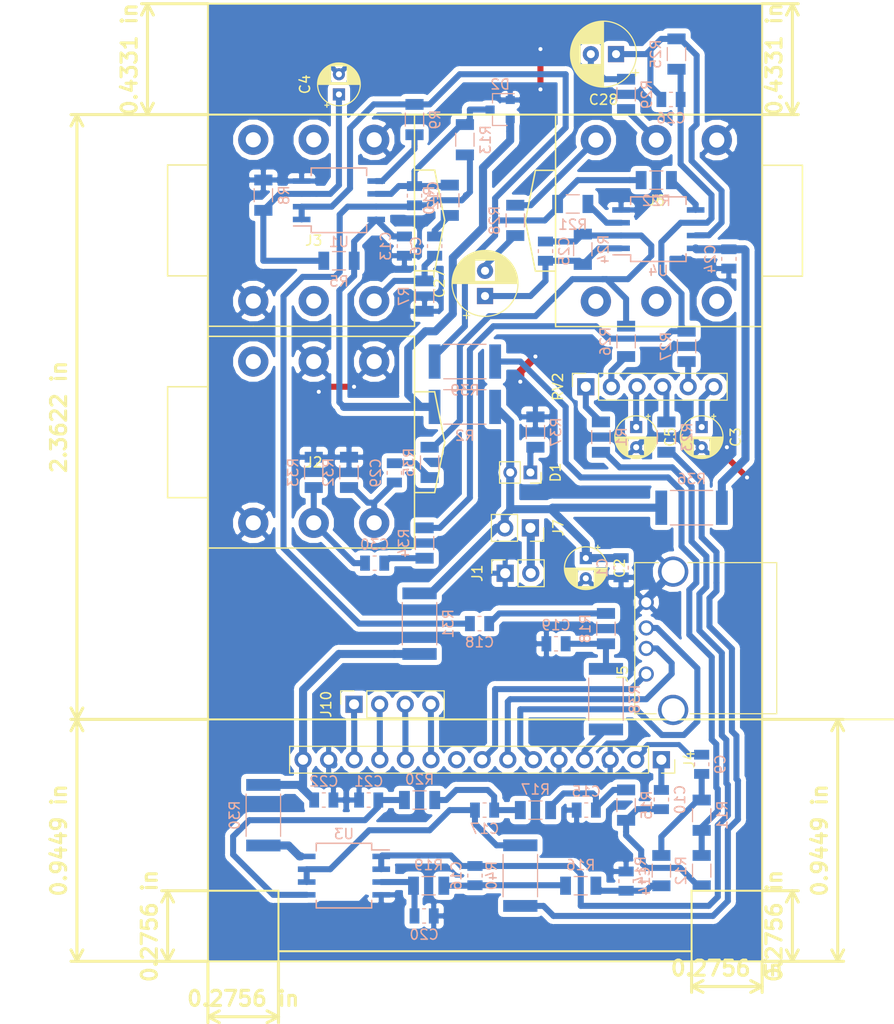
<source format=kicad_pcb>
(kicad_pcb (version 20171130) (host pcbnew "(5.0.0-rc2-dev-746-g1ebee3997)")
  (layers (0 F.Cu signal) (31 B.Cu signal) (34 B.Paste user) (35 F.Paste user) (36 B.SilkS user) (37 F.SilkS user) (38 B.Mask user) (39 F.Mask user) (44 Edge.Cuts user))
  (net 0 "")
  (net 1 "Net-(J2-Pad6)")
  (net 2 GND)
  (net 3 "Net-(J3-Pad5)")
  (net 4 "Net-(J6-Pad6)")
  (net 5 "Net-(J6-Pad5)")
  (net 6 "Net-(J6-Pad4)")
  (net 7 Earth)
  (net 8 +9V)
  (net 9 /outr)
  (net 10 /outl)
  (net 11 "Net-(C30-Pad2)")
  (net 12 "Net-(C29-Pad2)")
  (net 13 "Net-(C30-Pad1)")
  (net 14 /aux_r)
  (net 15 "Net-(C28-Pad2)")
  (net 16 "Net-(C27-Pad2)")
  (net 17 "Net-(R27-Pad2)")
  (net 18 "Net-(C26-Pad1)")
  (net 19 /aux_l)
  (net 20 "Net-(C25-Pad1)")
  (net 21 "Net-(C17-Pad1)")
  (net 22 "Net-(R23-Pad2)")
  (net 23 "Net-(R22-Pad2)")
  (net 24 +4V)
  (net 25 "Net-(R21-Pad2)")
  (net 26 "Net-(C21-Pad1)")
  (net 27 "Net-(C17-Pad2)")
  (net 28 "Net-(C16-Pad2)")
  (net 29 "Net-(C20-Pad1)")
  (net 30 /ain)
  (net 31 "Net-(C18-Pad2)")
  (net 32 "Net-(C15-Pad1)")
  (net 33 "Net-(R9-Pad1)")
  (net 34 "Net-(C10-Pad1)")
  (net 35 "Net-(C14-Pad1)")
  (net 36 "Net-(C9-Pad1)")
  (net 37 "Net-(C12-Pad2)")
  (net 38 "Net-(C12-Pad1)")
  (net 39 "Net-(C6-Pad1)")
  (net 40 "Net-(C6-Pad2)")
  (net 41 "Net-(C16-Pad1)")
  (net 42 "Net-(R1-Pad2)")
  (net 43 "Net-(R26-Pad2)")
  (net 44 "Net-(C29-Pad1)")
  (net 45 /aoutr)
  (net 46 /aoutl)
  (net 47 /ps4)
  (net 48 /ps3)
  (net 49 /ps2)
  (net 50 /ps1)
  (net 51 "Net-(J4-Pad6)")
  (net 52 "Net-(J4-Pad8)")
  (net 53 "Net-(J4-Pad7)")
  (net 54 "Net-(C4-Pad1)")
  (net 55 "Net-(C3-Pad1)")
  (net 56 "Net-(C5-Pad1)")
  (net 57 "Net-(J3-Pad2)")
  (net 58 "Net-(J3-Pad6)")
  (net 59 "Net-(D1-Pad1)")
  (net 60 "Net-(J4-Pad9)")
  (net 61 "Net-(R23-Pad1)")
  (net 62 "Net-(C19-Pad1)")
  (module Resistor_SMD:R_1206_3216Metric (layer B.Cu) (at 70.5 63.495 90)
    (fp_text reference R37 (at 0 2.05 90) (layer B.SilkS) (effects (justify mirror)))
    (fp_text value 3k)
    (pad 1 smd rect (at -1.505 0 90) (size 1.07 1.8) (layers B.Cu B.Paste B.Mask) (net 59 "Net-(D1-Pad1)"))
    (pad 2 smd rect (at 1.505 0 90) (size 1.07 1.8) (layers B.Cu B.Paste B.Mask) (net 2 GND))
  )
  (module Capacitor_SMD:C_0805_2012Metric (layer B.Cu) (at 57.5 45.045 270)
    (fp_text reference C13 (at 0 1.85 270) (layer B.SilkS) (effects (justify mirror)))
    (fp_text value 100n)
    (pad 2 smd rect (at 0.955 0 270) (size 0.97 1.5) (layers B.Cu B.Paste B.Mask) (net 2 GND))
    (pad 1 smd rect (at -0.955 0 270) (size 0.97 1.5) (layers B.Cu B.Paste B.Mask) (net 8 +9V))
  )
  (module Capacitor_SMD:C_0805_2012Metric (layer B.Cu) (at 83.955 30.5)
    (fp_text reference C26 (at 0 1.85) (layer B.SilkS) (effects (justify mirror)))
    (fp_text value 22p)
    (pad 1 smd rect (at -0.955 0) (size 0.97 1.5) (layers B.Cu B.Paste B.Mask) (net 18 "Net-(C26-Pad1)"))
    (pad 2 smd rect (at 0.955 0) (size 0.97 1.5) (layers B.Cu B.Paste B.Mask) (net 14 /aux_r))
  )
  (module Resistor_SMD:R_2512_6332Metric (layer B.Cu) (at 69 107.5 270)
    (fp_text reference R40 (at 0 2.85 270) (layer B.SilkS) (effects (justify mirror)))
    (fp_text value 0)
    (pad 1 smd rect (at -3.005 0 270) (size 1.17 3.4) (layers B.Cu B.Paste B.Mask) (net 21 "Net-(C17-Pad1)"))
    (pad 2 smd rect (at 3.005 0 270) (size 1.17 3.4) (layers B.Cu B.Paste B.Mask) (net 61 "Net-(R23-Pad1)"))
  )
  (module Resistor_SMD:R_2512_6332Metric (layer B.Cu) (at 63.5 56.5)
    (fp_text reference R39 (at 0 2.85) (layer B.SilkS) (effects (justify mirror)))
    (fp_text value 0)
    (pad 1 smd rect (at -3.005 0) (size 1.17 3.4) (layers B.Cu B.Paste B.Mask) (net 24 +4V))
    (pad 2 smd rect (at 3.005 0) (size 1.17 3.4) (layers B.Cu B.Paste B.Mask) (net 24 +4V))
  )
  (module Resistor_SMD:R_2512_6332Metric (layer B.Cu) (at 77.5 89.995 90)
    (fp_text reference R38 (at 0 2.85 90) (layer B.SilkS) (effects (justify mirror)))
    (fp_text value 0)
    (pad 1 smd rect (at -3.005 0 90) (size 1.17 3.4) (layers B.Cu B.Paste B.Mask) (net 30 /ain))
    (pad 2 smd rect (at 3.005 0 90) (size 1.17 3.4) (layers B.Cu B.Paste B.Mask) (net 62 "Net-(C19-Pad1)"))
  )
  (module Connector_PinSocket_2.54mm:PinSocket_1x02_P2.54mm_Vertical (layer F.Cu) (at 67.5 77.5 90)
    (fp_text reference J1 (at 0 -2.77 90) (layer F.SilkS))
    (fp_text value btn)
    (pad 1 thru_hole rect (at 0 0 90) (size 1.7 1.7) (drill 1) (layers *.Cu *.Mask) (net 2 GND))
    (pad 2 thru_hole oval (at 0 2.54 90) (size 1.7 1.7) (drill 1) (layers *.Cu *.Mask) (net 7 Earth))
  )
  (module Resistor_SMD:R_2512_6332Metric (layer B.Cu) (at 85.995 71 180)
    (fp_text reference R36 (at 0 2.85 180) (layer B.SilkS) (effects (justify mirror)))
    (fp_text value 0)
    (pad 1 smd rect (at -3.005 0 180) (size 1.17 3.4) (layers B.Cu B.Paste B.Mask) (net 8 +9V))
    (pad 2 smd rect (at 3.005 0 180) (size 1.17 3.4) (layers B.Cu B.Paste B.Mask) (net 8 +9V))
  )
  (module Resistor_SMD:R_2512_6332Metric (layer B.Cu) (at 59 82.505 90)
    (fp_text reference R31 (at 0 2.85 90) (layer B.SilkS) (effects (justify mirror)))
    (fp_text value 0)
    (pad 1 smd rect (at -3.005 0 90) (size 1.17 3.4) (layers B.Cu B.Paste B.Mask) (net 8 +9V))
    (pad 2 smd rect (at 3.005 0 90) (size 1.17 3.4) (layers B.Cu B.Paste B.Mask) (net 8 +9V))
  )
  (module Resistor_SMD:R_2512_6332Metric (layer B.Cu) (at 43.5 101.505 270)
    (fp_text reference R30 (at 0 2.85 270) (layer B.SilkS) (effects (justify mirror)))
    (fp_text value 0)
    (pad 2 smd rect (at 3.005 0 270) (size 1.17 3.4) (layers B.Cu B.Paste B.Mask) (net 8 +9V))
    (pad 1 smd rect (at -3.005 0 270) (size 1.17 3.4) (layers B.Cu B.Paste B.Mask) (net 8 +9V))
  )
  (module Resistor_SMD:R_2512_6332Metric (layer B.Cu) (at 63.495 61)
    (fp_text reference R2 (at 0 2.85) (layer B.SilkS) (effects (justify mirror)))
    (fp_text value 0)
    (pad 1 smd rect (at -3.005 0) (size 1.17 3.4) (layers B.Cu B.Paste B.Mask) (net 8 +9V))
    (pad 2 smd rect (at 3.005 0) (size 1.17 3.4) (layers B.Cu B.Paste B.Mask) (net 8 +9V))
  )
  (module footprint:Jack6P (layer F.Cu) (at 48.5 64.5)
    (fp_text reference J2 (at 0 2) (layer F.SilkS))
    (fp_text value AUX_IN)
    (pad 6 thru_hole circle (at -6 -8) (size 3 3) (drill 1.5) (layers *.Cu *.Mask) (net 1 "Net-(J2-Pad6)"))
    (pad 5 thru_hole circle (at 0 -8) (size 3 3) (drill 1.5) (layers *.Cu *.Mask) (net 2 GND))
    (pad 4 thru_hole circle (at 6 -8) (size 3 3) (drill 1.5) (layers *.Cu *.Mask) (net 2 GND))
    (pad 2 thru_hole circle (at 0 8) (size 3 3) (drill 1.5) (layers *.Cu *.Mask) (net 11 "Net-(C30-Pad2)"))
    (pad 3 thru_hole circle (at -6 8) (size 3 3) (drill 1.5) (layers *.Cu *.Mask) (net 2 GND))
    (pad 1 thru_hole circle (at 6 8) (size 3 3) (drill 1.5) (layers *.Cu *.Mask) (net 12 "Net-(C29-Pad2)"))
  )
  (module Connectors:USB_A (layer F.Cu) (at 81.5 87.5 90)
    (fp_text reference J5 (at 0 -2.35 90) (layer F.SilkS))
    (fp_text value USB_A)
    (pad 4 thru_hole circle (at 7.11 0) (size 1.5 1.5) (drill 1) (layers *.Cu *.Mask) (net 2 GND))
    (pad 3 thru_hole circle (at 4.57 0) (size 1.5 1.5) (drill 1) (layers *.Cu *.Mask) (net 51 "Net-(J4-Pad6)"))
    (pad 2 thru_hole circle (at 2.54 0) (size 1.5 1.5) (drill 1) (layers *.Cu *.Mask) (net 53 "Net-(J4-Pad7)"))
    (pad 1 thru_hole circle (at 0 0) (size 1.5 1.5) (drill 1) (layers *.Cu *.Mask) (net 52 "Net-(J4-Pad8)"))
    (pad 5 thru_hole circle (at 10.16 2.67) (size 3 3) (drill 2.3) (layers *.Cu *.Mask) (net 2 GND))
    (pad 5 thru_hole circle (at -3.56 2.67) (size 3 3) (drill 2.3) (layers *.Cu *.Mask) (net 2 GND))
  )
  (module Connector_PinSocket_2.54mm:PinSocket_1x06_P2.54mm_Vertical (layer F.Cu) (at 75.5 59 90)
    (fp_text reference RV2 (at 0 -2.77 90) (layer F.SilkS))
    (fp_text value B50K)
    (pad 1 thru_hole rect (at 0 0 90) (size 1.7 1.7) (drill 1) (layers *.Cu *.Mask) (net 42 "Net-(R1-Pad2)"))
    (pad 2 thru_hole oval (at 0 2.54 90) (size 1.7 1.7) (drill 1) (layers *.Cu *.Mask) (net 43 "Net-(R26-Pad2)"))
    (pad 3 thru_hole oval (at 0 5.08 90) (size 1.7 1.7) (drill 1) (layers *.Cu *.Mask) (net 56 "Net-(C5-Pad1)"))
    (pad 4 thru_hole oval (at 0 7.62 90) (size 1.7 1.7) (drill 1) (layers *.Cu *.Mask) (net 22 "Net-(R23-Pad2)"))
    (pad 5 thru_hole oval (at 0 10.16 90) (size 1.7 1.7) (drill 1) (layers *.Cu *.Mask) (net 17 "Net-(R27-Pad2)"))
    (pad 6 thru_hole oval (at 0 12.7 90) (size 1.7 1.7) (drill 1) (layers *.Cu *.Mask) (net 55 "Net-(C3-Pad1)"))
  )
  (module Capacitor_THT:CP_Radial_D4.0mm_P2.00mm (layer F.Cu) (at 75.5 76 270)
    (fp_text reference C2 (at 1 -3.37 270) (layer F.SilkS))
    (fp_text value 47u)
    (pad 2 thru_hole circle (at 2 0 270) (size 1.2 1.2) (drill 0.6) (layers *.Cu *.Mask) (net 2 GND))
    (pad 1 thru_hole rect (at 0 0 270) (size 1.2 1.2) (drill 0.6) (layers *.Cu *.Mask) (net 8 +9V))
  )
  (module Capacitor_THT:CP_Radial_D4.0mm_P2.00mm (layer F.Cu) (at 51 30 90)
    (fp_text reference C4 (at 1 -3.37 90) (layer F.SilkS))
    (fp_text value 47u)
    (pad 1 thru_hole rect (at 0 0 90) (size 1.2 1.2) (drill 0.6) (layers *.Cu *.Mask) (net 54 "Net-(C4-Pad1)"))
    (pad 2 thru_hole circle (at 2 0 90) (size 1.2 1.2) (drill 0.6) (layers *.Cu *.Mask) (net 2 GND))
  )
  (module Capacitor_THT:CP_Radial_D4.0mm_P2.00mm (layer F.Cu) (at 80.5 63 270)
    (fp_text reference C5 (at 1 -3.37 270) (layer F.SilkS))
    (fp_text value 47u)
    (pad 2 thru_hole circle (at 2 0 270) (size 1.2 1.2) (drill 0.6) (layers *.Cu *.Mask) (net 2 GND))
    (pad 1 thru_hole rect (at 0 0 270) (size 1.2 1.2) (drill 0.6) (layers *.Cu *.Mask) (net 56 "Net-(C5-Pad1)"))
  )
  (module Capacitor_THT:CP_Radial_D4.0mm_P2.00mm (layer F.Cu) (at 87 63 270)
    (fp_text reference C3 (at 1 -3.37 270) (layer F.SilkS))
    (fp_text value 47u)
    (pad 1 thru_hole rect (at 0 0 270) (size 1.2 1.2) (drill 0.6) (layers *.Cu *.Mask) (net 55 "Net-(C3-Pad1)"))
    (pad 2 thru_hole circle (at 2 0 270) (size 1.2 1.2) (drill 0.6) (layers *.Cu *.Mask) (net 2 GND))
  )
  (module Connector_PinSocket_2.54mm:PinSocket_1x02_P2.54mm_Vertical (layer F.Cu) (at 70 73 270)
    (fp_text reference J7 (at 0 -2.77 270) (layer F.SilkS))
    (fp_text value PWR)
    (pad 1 thru_hole rect (at 0 0 270) (size 1.7 1.7) (drill 1) (layers *.Cu *.Mask) (net 7 Earth))
    (pad 2 thru_hole oval (at 0 2.54 270) (size 1.7 1.7) (drill 1) (layers *.Cu *.Mask) (net 8 +9V))
  )
  (module Connector_PinSocket_2.54mm:PinSocket_1x04_P2.54mm_Vertical (layer F.Cu) (at 52.5 90.5 90)
    (fp_text reference J10 (at 0 -2.77 90) (layer F.SilkS))
    (fp_text value Conn_01x04)
    (pad 1 thru_hole rect (at 0 0 90) (size 1.7 1.7) (drill 1) (layers *.Cu *.Mask) (net 50 /ps1))
    (pad 2 thru_hole oval (at 0 2.54 90) (size 1.7 1.7) (drill 1) (layers *.Cu *.Mask) (net 49 /ps2))
    (pad 3 thru_hole oval (at 0 5.08 90) (size 1.7 1.7) (drill 1) (layers *.Cu *.Mask) (net 48 /ps3))
    (pad 4 thru_hole oval (at 0 7.62 90) (size 1.7 1.7) (drill 1) (layers *.Cu *.Mask) (net 47 /ps4))
  )
  (module Capacitor_SMD:C_0805_2012Metric (layer B.Cu) (at 79 76.955 270)
    (fp_text reference C1 (at 0 1.85 270) (layer B.SilkS) (effects (justify mirror)))
    (fp_text value 100n)
    (pad 1 smd rect (at -0.955 0 270) (size 0.97 1.5) (layers B.Cu B.Paste B.Mask) (net 8 +9V))
    (pad 2 smd rect (at 0.955 0 270) (size 0.97 1.5) (layers B.Cu B.Paste B.Mask) (net 2 GND))
  )
  (module Capacitor_THT:CP_Radial_D6.3mm_P2.50mm (layer F.Cu) (at 78.5 26 180)
    (fp_text reference C28 (at 1.25 -4.52 180) (layer F.SilkS))
    (fp_text value 220u)
    (pad 2 thru_hole circle (at 2.5 0 180) (size 1.6 1.6) (drill 0.8) (layers *.Cu *.Mask) (net 15 "Net-(C28-Pad2)"))
    (pad 1 thru_hole rect (at 0 0 180) (size 1.6 1.6) (drill 0.8) (layers *.Cu *.Mask) (net 18 "Net-(C26-Pad1)"))
  )
  (module Capacitor_THT:CP_Radial_D6.3mm_P2.50mm (layer F.Cu) (at 65.5 50 90)
    (fp_text reference C27 (at 1.25 -4.52 90) (layer F.SilkS))
    (fp_text value 220u)
    (pad 1 thru_hole rect (at 0 0 90) (size 1.6 1.6) (drill 0.8) (layers *.Cu *.Mask) (net 20 "Net-(C25-Pad1)"))
    (pad 2 thru_hole circle (at 2.5 0 90) (size 1.6 1.6) (drill 0.8) (layers *.Cu *.Mask) (net 16 "Net-(C27-Pad2)"))
  )
  (module footprint:Jack6P (layer F.Cu) (at 82.5 42.529284 180)
    (fp_text reference J6 (at 0 2 180) (layer F.SilkS))
    (fp_text value OUT)
    (pad 6 thru_hole circle (at -6 -8 180) (size 3 3) (drill 1.5) (layers *.Cu *.Mask) (net 4 "Net-(J6-Pad6)"))
    (pad 5 thru_hole circle (at 0 -8 180) (size 3 3) (drill 1.5) (layers *.Cu *.Mask) (net 5 "Net-(J6-Pad5)"))
    (pad 4 thru_hole circle (at 6 -8 180) (size 3 3) (drill 1.5) (layers *.Cu *.Mask) (net 6 "Net-(J6-Pad4)"))
    (pad 2 thru_hole circle (at 0 8 180) (size 3 3) (drill 1.5) (layers *.Cu *.Mask) (net 9 /outr))
    (pad 3 thru_hole circle (at -6 8 180) (size 3 3) (drill 1.5) (layers *.Cu *.Mask) (net 2 GND))
    (pad 1 thru_hole circle (at 6 8 180) (size 3 3) (drill 1.5) (layers *.Cu *.Mask) (net 10 /outl))
  )
  (module Capacitor_SMD:C_0805_2012Metric (layer B.Cu) (at 58.5 40.045 90)
    (fp_text reference C12 (at 0 1.85 90) (layer B.SilkS) (effects (justify mirror)))
    (fp_text value 22p)
    (pad 1 smd rect (at -0.955 0 90) (size 0.97 1.5) (layers B.Cu B.Paste B.Mask) (net 38 "Net-(C12-Pad1)"))
    (pad 2 smd rect (at 0.955 0 90) (size 0.97 1.5) (layers B.Cu B.Paste B.Mask) (net 37 "Net-(C12-Pad2)"))
  )
  (module Capacitor_SMD:C_0805_2012Metric (layer B.Cu) (at 83 99.955 90)
    (fp_text reference C10 (at 0 1.85 90) (layer B.SilkS) (effects (justify mirror)))
    (fp_text value 4.7u)
    (pad 2 smd rect (at 0.955 0 90) (size 0.97 1.5) (layers B.Cu B.Paste B.Mask) (net 45 /aoutr))
    (pad 1 smd rect (at -0.955 0 90) (size 0.97 1.5) (layers B.Cu B.Paste B.Mask) (net 34 "Net-(C10-Pad1)"))
  )
  (module Capacitor_SMD:C_0805_2012Metric (layer B.Cu) (at 87 96.455 90)
    (fp_text reference C9 (at 0 1.85 90) (layer B.SilkS) (effects (justify mirror)))
    (fp_text value 4.7u)
    (pad 1 smd rect (at -0.955 0 90) (size 0.97 1.5) (layers B.Cu B.Paste B.Mask) (net 36 "Net-(C9-Pad1)"))
    (pad 2 smd rect (at 0.955 0 90) (size 0.97 1.5) (layers B.Cu B.Paste B.Mask) (net 46 /aoutl))
  )
  (module Capacitor_SMD:C_0805_2012Metric (layer B.Cu) (at 60.5 45.045 270)
    (fp_text reference C6 (at 0 1.85 270) (layer B.SilkS) (effects (justify mirror)))
    (fp_text value 100n)
    (pad 1 smd rect (at -0.955 0 270) (size 0.97 1.5) (layers B.Cu B.Paste B.Mask) (net 39 "Net-(C6-Pad1)"))
    (pad 2 smd rect (at 0.955 0 270) (size 0.97 1.5) (layers B.Cu B.Paste B.Mask) (net 40 "Net-(C6-Pad2)"))
  )
  (module Capacitor_SMD:C_0805_2012Metric (layer B.Cu) (at 79.5 108.045 90)
    (fp_text reference C14 (at 0 1.85 90) (layer B.SilkS) (effects (justify mirror)))
    (fp_text value 470p)
    (pad 2 smd rect (at 0.955 0 90) (size 0.97 1.5) (layers B.Cu B.Paste B.Mask) (net 2 GND))
    (pad 1 smd rect (at -0.955 0 90) (size 0.97 1.5) (layers B.Cu B.Paste B.Mask) (net 35 "Net-(C14-Pad1)"))
  )
  (module Capacitor_SMD:C_0805_2012Metric (layer B.Cu) (at 65.455 101)
    (fp_text reference C17 (at 0 1.85) (layer B.SilkS) (effects (justify mirror)))
    (fp_text value 1.2n)
    (pad 1 smd rect (at -0.955 0) (size 0.97 1.5) (layers B.Cu B.Paste B.Mask) (net 21 "Net-(C17-Pad1)"))
    (pad 2 smd rect (at 0.955 0) (size 0.97 1.5) (layers B.Cu B.Paste B.Mask) (net 27 "Net-(C17-Pad2)"))
  )
  (module Capacitor_SMD:C_0805_2012Metric (layer B.Cu) (at 54.545 76.5 180)
    (fp_text reference C30 (at 0 1.85 180) (layer B.SilkS) (effects (justify mirror)))
    (fp_text value 100n)
    (pad 2 smd rect (at 0.955 0 180) (size 0.97 1.5) (layers B.Cu B.Paste B.Mask) (net 11 "Net-(C30-Pad2)"))
    (pad 1 smd rect (at -0.955 0 180) (size 0.97 1.5) (layers B.Cu B.Paste B.Mask) (net 13 "Net-(C30-Pad1)"))
  )
  (module Capacitor_SMD:C_0805_2012Metric (layer B.Cu) (at 64.955 82.5)
    (fp_text reference C18 (at 0 1.85) (layer B.SilkS) (effects (justify mirror)))
    (fp_text value 0.22u)
    (pad 1 smd rect (at -0.955 0) (size 0.97 1.5) (layers B.Cu B.Paste B.Mask) (net 38 "Net-(C12-Pad1)"))
    (pad 2 smd rect (at 0.955 0) (size 0.97 1.5) (layers B.Cu B.Paste B.Mask) (net 31 "Net-(C18-Pad2)"))
  )
  (module Capacitor_SMD:C_0805_2012Metric (layer B.Cu) (at 72.545 84.5 180)
    (fp_text reference C19 (at 0 1.85 180) (layer B.SilkS) (effects (justify mirror)))
    (fp_text value 1.2n)
    (pad 2 smd rect (at 0.955 0 180) (size 0.97 1.5) (layers B.Cu B.Paste B.Mask) (net 2 GND))
    (pad 1 smd rect (at -0.955 0 180) (size 0.97 1.5) (layers B.Cu B.Paste B.Mask) (net 62 "Net-(C19-Pad1)"))
  )
  (module Capacitor_SMD:C_0805_2012Metric (layer B.Cu) (at 59.455 111.5)
    (fp_text reference C20 (at 0 1.85) (layer B.SilkS) (effects (justify mirror)))
    (fp_text value 100p)
    (pad 1 smd rect (at -0.955 0) (size 0.97 1.5) (layers B.Cu B.Paste B.Mask) (net 29 "Net-(C20-Pad1)"))
    (pad 2 smd rect (at 0.955 0) (size 0.97 1.5) (layers B.Cu B.Paste B.Mask) (net 2 GND))
  )
  (module Capacitor_SMD:C_0805_2012Metric (layer B.Cu) (at 56.5 67.545 270)
    (fp_text reference C29 (at 0 1.85 270) (layer B.SilkS) (effects (justify mirror)))
    (fp_text value 100n)
    (pad 2 smd rect (at 0.955 0 270) (size 0.97 1.5) (layers B.Cu B.Paste B.Mask) (net 12 "Net-(C29-Pad2)"))
    (pad 1 smd rect (at -0.955 0 270) (size 0.97 1.5) (layers B.Cu B.Paste B.Mask) (net 44 "Net-(C29-Pad1)"))
  )
  (module Capacitor_SMD:C_0805_2012Metric (layer B.Cu) (at 53.955 100 180)
    (fp_text reference C21 (at 0 1.85 180) (layer B.SilkS) (effects (justify mirror)))
    (fp_text value 100p)
    (pad 1 smd rect (at -0.955 0 180) (size 0.97 1.5) (layers B.Cu B.Paste B.Mask) (net 26 "Net-(C21-Pad1)"))
    (pad 2 smd rect (at 0.955 0 180) (size 0.97 1.5) (layers B.Cu B.Paste B.Mask) (net 2 GND))
  )
  (module Capacitor_SMD:C_0805_2012Metric (layer B.Cu) (at 49.5 100 180)
    (fp_text reference C22 (at 0 1.85 180) (layer B.SilkS) (effects (justify mirror)))
    (fp_text value 100n)
    (pad 2 smd rect (at 0.955 0 180) (size 0.97 1.5) (layers B.Cu B.Paste B.Mask) (net 8 +9V))
    (pad 1 smd rect (at -0.955 0 180) (size 0.97 1.5) (layers B.Cu B.Paste B.Mask) (net 2 GND))
  )
  (module Capacitor_SMD:C_0805_2012Metric (layer B.Cu) (at 75.545 101 180)
    (fp_text reference C15 (at 0 1.85 180) (layer B.SilkS) (effects (justify mirror)))
    (fp_text value 470p)
    (pad 1 smd rect (at -0.955 0 180) (size 0.97 1.5) (layers B.Cu B.Paste B.Mask) (net 32 "Net-(C15-Pad1)"))
    (pad 2 smd rect (at 0.955 0 180) (size 0.97 1.5) (layers B.Cu B.Paste B.Mask) (net 2 GND))
  )
  (module Capacitor_SMD:C_0805_2012Metric (layer B.Cu) (at 89.7 46.32 270)
    (fp_text reference C24 (at 0 1.85 270) (layer B.SilkS) (effects (justify mirror)))
    (fp_text value 100n)
    (pad 1 smd rect (at -0.955 0 270) (size 0.97 1.5) (layers B.Cu B.Paste B.Mask) (net 8 +9V))
    (pad 2 smd rect (at 0.955 0 270) (size 0.97 1.5) (layers B.Cu B.Paste B.Mask) (net 2 GND))
  )
  (module Capacitor_SMD:C_0805_2012Metric (layer B.Cu) (at 64.5 107.5 270)
    (fp_text reference C16 (at 0 1.85 270) (layer B.SilkS) (effects (justify mirror)))
    (fp_text value 1.2n)
    (pad 2 smd rect (at 0.955 0 270) (size 0.97 1.5) (layers B.Cu B.Paste B.Mask) (net 28 "Net-(C16-Pad2)"))
    (pad 1 smd rect (at -0.955 0 270) (size 0.97 1.5) (layers B.Cu B.Paste B.Mask) (net 41 "Net-(C16-Pad1)"))
  )
  (module Capacitor_SMD:C_0805_2012Metric (layer B.Cu) (at 71.5 45.545 90)
    (fp_text reference C25 (at 0 1.85 90) (layer B.SilkS) (effects (justify mirror)))
    (fp_text value 22p)
    (pad 1 smd rect (at -0.955 0 90) (size 0.97 1.5) (layers B.Cu B.Paste B.Mask) (net 20 "Net-(C25-Pad1)"))
    (pad 2 smd rect (at 0.955 0 90) (size 0.97 1.5) (layers B.Cu B.Paste B.Mask) (net 19 /aux_l))
  )
  (module Connector_PinSocket_2.00mm:PinSocket_1x02_P2.00mm_Vertical (layer F.Cu) (at 70 67.5 270)
    (fp_text reference D1 (at 0 -2.5 270) (layer F.SilkS))
    (fp_text value red)
    (pad 1 thru_hole rect (at 0 0 270) (size 1.35 1.35) (drill 0.8) (layers *.Cu *.Mask) (net 59 "Net-(D1-Pad1)"))
    (pad 2 thru_hole oval (at 0 2 270) (size 1.35 1.35) (drill 0.8) (layers *.Cu *.Mask) (net 8 +9V))
  )
  (module Connector_PinSocket_2.54mm:PinSocket_1x15_P2.54mm_Vertical (layer F.Cu) (at 83 96 270)
    (fp_text reference J4 (at 0 -2.77 270) (layer F.SilkS))
    (fp_text value pangea_cp16)
    (pad 15 thru_hole oval (at 0 35.56 270) (size 1.7 1.7) (drill 1) (layers *.Cu *.Mask) (net 8 +9V))
    (pad 14 thru_hole oval (at 0 33.02 270) (size 1.7 1.7) (drill 1) (layers *.Cu *.Mask) (net 2 GND))
    (pad 13 thru_hole oval (at 0 30.48 270) (size 1.7 1.7) (drill 1) (layers *.Cu *.Mask) (net 50 /ps1))
    (pad 12 thru_hole oval (at 0 27.94 270) (size 1.7 1.7) (drill 1) (layers *.Cu *.Mask) (net 49 /ps2))
    (pad 11 thru_hole oval (at 0 25.4 270) (size 1.7 1.7) (drill 1) (layers *.Cu *.Mask) (net 48 /ps3))
    (pad 10 thru_hole oval (at 0 22.86 270) (size 1.7 1.7) (drill 1) (layers *.Cu *.Mask) (net 47 /ps4))
    (pad 9 thru_hole oval (at 0 20.32 270) (size 1.7 1.7) (drill 1) (layers *.Cu *.Mask) (net 60 "Net-(J4-Pad9)"))
    (pad 8 thru_hole oval (at 0 17.78 270) (size 1.7 1.7) (drill 1) (layers *.Cu *.Mask) (net 52 "Net-(J4-Pad8)"))
    (pad 7 thru_hole oval (at 0 15.24 270) (size 1.7 1.7) (drill 1) (layers *.Cu *.Mask) (net 53 "Net-(J4-Pad7)"))
    (pad 6 thru_hole oval (at 0 12.7 270) (size 1.7 1.7) (drill 1) (layers *.Cu *.Mask) (net 51 "Net-(J4-Pad6)"))
    (pad 5 thru_hole oval (at 0 10.16 270) (size 1.7 1.7) (drill 1) (layers *.Cu *.Mask) (net 2 GND))
    (pad 4 thru_hole oval (at 0 7.62 270) (size 1.7 1.7) (drill 1) (layers *.Cu *.Mask) (net 30 /ain))
    (pad 3 thru_hole oval (at 0 5.08 270) (size 1.7 1.7) (drill 1) (layers *.Cu *.Mask) (net 2 GND))
    (pad 2 thru_hole oval (at 0 2.54 270) (size 1.7 1.7) (drill 1) (layers *.Cu *.Mask) (net 46 /aoutl))
    (pad 1 thru_hole rect (at 0 0 270) (size 1.7 1.7) (drill 1) (layers *.Cu *.Mask) (net 45 /aoutr))
  )
  (module Package_SO:SO-8_5.3x6.2mm_P1.27mm (layer B.Cu) (at 82.7 43.365)
    (fp_text reference U4 (at 0 4.13) (layer B.SilkS) (effects (justify mirror)))
    (fp_text value NE5532)
    (pad 1 smd rect (at -3.7 1.905) (size 1.75 0.55) (layers B.Cu B.Paste B.Mask) (net 20 "Net-(C25-Pad1)"))
    (pad 2 smd rect (at -3.7 0.635) (size 1.75 0.55) (layers B.Cu B.Paste B.Mask) (net 19 /aux_l))
    (pad 3 smd rect (at -3.7 -0.635) (size 1.75 0.55) (layers B.Cu B.Paste B.Mask) (net 25 "Net-(R21-Pad2)"))
    (pad 4 smd rect (at -3.7 -1.905) (size 1.75 0.55) (layers B.Cu B.Paste B.Mask) (net 2 GND))
    (pad 5 smd rect (at 3.7 -1.905) (size 1.75 0.55) (layers B.Cu B.Paste B.Mask) (net 23 "Net-(R22-Pad2)"))
    (pad 6 smd rect (at 3.7 -0.635) (size 1.75 0.55) (layers B.Cu B.Paste B.Mask) (net 14 /aux_r))
    (pad 7 smd rect (at 3.7 0.635) (size 1.75 0.55) (layers B.Cu B.Paste B.Mask) (net 18 "Net-(C26-Pad1)"))
    (pad 8 smd rect (at 3.7 1.905) (size 1.75 0.55) (layers B.Cu B.Paste B.Mask) (net 8 +9V))
  )
  (module Package_SO:SO-8_5.3x6.2mm_P1.27mm (layer B.Cu) (at 51 40.5)
    (fp_text reference U1 (at 0 4.13) (layer B.SilkS) (effects (justify mirror)))
    (fp_text value NE5532)
    (pad 8 smd rect (at 3.7 1.905) (size 1.75 0.55) (layers B.Cu B.Paste B.Mask) (net 8 +9V))
    (pad 7 smd rect (at 3.7 0.635) (size 1.75 0.55) (layers B.Cu B.Paste B.Mask) (net 38 "Net-(C12-Pad1)"))
    (pad 6 smd rect (at 3.7 -0.635) (size 1.75 0.55) (layers B.Cu B.Paste B.Mask) (net 37 "Net-(C12-Pad2)"))
    (pad 5 smd rect (at 3.7 -1.905) (size 1.75 0.55) (layers B.Cu B.Paste B.Mask) (net 33 "Net-(R9-Pad1)"))
    (pad 4 smd rect (at -3.7 -1.905) (size 1.75 0.55) (layers B.Cu B.Paste B.Mask) (net 2 GND))
    (pad 3 smd rect (at -3.7 -0.635) (size 1.75 0.55) (layers B.Cu B.Paste B.Mask) (net 54 "Net-(C4-Pad1)"))
    (pad 2 smd rect (at -3.7 0.635) (size 1.75 0.55) (layers B.Cu B.Paste B.Mask) (net 24 +4V))
    (pad 1 smd rect (at -3.7 1.905) (size 1.75 0.55) (layers B.Cu B.Paste B.Mask) (net 24 +4V))
  )
  (module Package_SO:SO-8_5.3x6.2mm_P1.27mm (layer B.Cu) (at 51.5 107.5 180)
    (fp_text reference U3 (at 0 4.13 180) (layer B.SilkS) (effects (justify mirror)))
    (fp_text value NE5532)
    (pad 1 smd rect (at -3.7 1.905 180) (size 1.75 0.55) (layers B.Cu B.Paste B.Mask) (net 41 "Net-(C16-Pad1)"))
    (pad 2 smd rect (at -3.7 0.635 180) (size 1.75 0.55) (layers B.Cu B.Paste B.Mask) (net 41 "Net-(C16-Pad1)"))
    (pad 3 smd rect (at -3.7 -0.635 180) (size 1.75 0.55) (layers B.Cu B.Paste B.Mask) (net 29 "Net-(C20-Pad1)"))
    (pad 4 smd rect (at -3.7 -1.905 180) (size 1.75 0.55) (layers B.Cu B.Paste B.Mask) (net 2 GND))
    (pad 5 smd rect (at 3.7 -1.905 180) (size 1.75 0.55) (layers B.Cu B.Paste B.Mask) (net 26 "Net-(C21-Pad1)"))
    (pad 6 smd rect (at 3.7 -0.635 180) (size 1.75 0.55) (layers B.Cu B.Paste B.Mask) (net 21 "Net-(C17-Pad1)"))
    (pad 7 smd rect (at 3.7 0.635 180) (size 1.75 0.55) (layers B.Cu B.Paste B.Mask) (net 21 "Net-(C17-Pad1)"))
    (pad 8 smd rect (at 3.7 1.905 180) (size 1.75 0.55) (layers B.Cu B.Paste B.Mask) (net 8 +9V))
  )
  (module Package_TO_SOT_SMD:SOT-23 (layer B.Cu) (at 67 31.5 180)
    (fp_text reference D2 (at 0 2.5 180) (layer B.SilkS) (effects (justify mirror)))
    (fp_text value BAV99)
    (pad 1 smd rect (at -1 0.95 180) (size 0.9 0.8) (layers B.Cu B.Paste B.Mask) (net 2 GND))
    (pad 2 smd rect (at -1 -0.95 180) (size 0.9 0.8) (layers B.Cu B.Paste B.Mask) (net 8 +9V))
    (pad 3 smd rect (at 1 0 180) (size 0.9 0.8) (layers B.Cu B.Paste B.Mask) (net 37 "Net-(C12-Pad2)"))
  )
  (module Resistor_SMD:R_1206_3216Metric (layer B.Cu) (at 60 66.505 270)
    (fp_text reference R35 (at 0 2.05 270) (layer B.SilkS) (effects (justify mirror)))
    (fp_text value 100k)
    (pad 1 smd rect (at -1.505 0 270) (size 1.07 1.8) (layers B.Cu B.Paste B.Mask) (net 19 /aux_l))
    (pad 2 smd rect (at 1.505 0 270) (size 1.07 1.8) (layers B.Cu B.Paste B.Mask) (net 44 "Net-(C29-Pad1)"))
  )
  (module Resistor_SMD:R_1206_3216Metric (layer B.Cu) (at 79.5 54.495 270)
    (fp_text reference R26 (at 0 2.05 270) (layer B.SilkS) (effects (justify mirror)))
    (fp_text value 100k)
    (pad 2 smd rect (at 1.505 0 270) (size 1.07 1.8) (layers B.Cu B.Paste B.Mask) (net 43 "Net-(R26-Pad2)"))
    (pad 1 smd rect (at -1.505 0 270) (size 1.07 1.8) (layers B.Cu B.Paste B.Mask) (net 19 /aux_l))
  )
  (module Resistor_SMD:R_1206_3216Metric (layer B.Cu) (at 77 63.995 90)
    (fp_text reference R1 (at 0 2.05 90) (layer B.SilkS) (effects (justify mirror)))
    (fp_text value 68K)
    (pad 1 smd rect (at -1.505 0 90) (size 1.07 1.8) (layers B.Cu B.Paste B.Mask) (net 41 "Net-(C16-Pad1)"))
    (pad 2 smd rect (at 1.505 0 90) (size 1.07 1.8) (layers B.Cu B.Paste B.Mask) (net 42 "Net-(R1-Pad2)"))
  )
  (module Resistor_SMD:R_1206_3216Metric (layer B.Cu) (at 51.005 46.5)
    (fp_text reference R5 (at 0 2.05) (layer B.SilkS) (effects (justify mirror)))
    (fp_text value 100k)
    (pad 1 smd rect (at -1.505 0) (size 1.07 1.8) (layers B.Cu B.Paste B.Mask) (net 54 "Net-(C4-Pad1)"))
    (pad 2 smd rect (at 1.505 0) (size 1.07 1.8) (layers B.Cu B.Paste B.Mask) (net 8 +9V))
  )
  (module Resistor_SMD:R_1206_3216Metric (layer B.Cu) (at 59.5 50.005 270)
    (fp_text reference R7 (at 0 2.05 270) (layer B.SilkS) (effects (justify mirror)))
    (fp_text value 2m)
    (pad 1 smd rect (at -1.505 0 270) (size 1.07 1.8) (layers B.Cu B.Paste B.Mask) (net 40 "Net-(C6-Pad2)"))
    (pad 2 smd rect (at 1.505 0 270) (size 1.07 1.8) (layers B.Cu B.Paste B.Mask) (net 2 GND))
  )
  (module Resistor_SMD:R_1206_3216Metric (layer B.Cu) (at 43.5 39.995 90)
    (fp_text reference R8 (at 0 2.05 90) (layer B.SilkS) (effects (justify mirror)))
    (fp_text value 100k)
    (pad 2 smd rect (at 1.505 0 90) (size 1.07 1.8) (layers B.Cu B.Paste B.Mask) (net 2 GND))
    (pad 1 smd rect (at -1.505 0 90) (size 1.07 1.8) (layers B.Cu B.Paste B.Mask) (net 54 "Net-(C4-Pad1)"))
  )
  (module Resistor_SMD:R_1206_3216Metric (layer B.Cu) (at 62 40.5 270)
    (fp_text reference R10 (at 0 2.05 270) (layer B.SilkS) (effects (justify mirror)))
    (fp_text value 100k)
    (pad 1 smd rect (at -1.505 0 270) (size 1.07 1.8) (layers B.Cu B.Paste B.Mask) (net 37 "Net-(C12-Pad2)"))
    (pad 2 smd rect (at 1.505 0 270) (size 1.07 1.8) (layers B.Cu B.Paste B.Mask) (net 39 "Net-(C6-Pad1)"))
  )
  (module Resistor_SMD:R_1206_3216Metric (layer B.Cu) (at 87 101.505 90)
    (fp_text reference R11 (at 0 2.05 90) (layer B.SilkS) (effects (justify mirror)))
    (fp_text value 100k)
    (pad 2 smd rect (at 1.505 0 90) (size 1.07 1.8) (layers B.Cu B.Paste B.Mask) (net 36 "Net-(C9-Pad1)"))
    (pad 1 smd rect (at -1.505 0 90) (size 1.07 1.8) (layers B.Cu B.Paste B.Mask) (net 24 +4V))
  )
  (module Resistor_SMD:R_1206_3216Metric (layer B.Cu) (at 87 107.005 270)
    (fp_text reference R12 (at 0 2.05 270) (layer B.SilkS) (effects (justify mirror)))
    (fp_text value 100k)
    (pad 1 smd rect (at -1.505 0 270) (size 1.07 1.8) (layers B.Cu B.Paste B.Mask) (net 24 +4V))
    (pad 2 smd rect (at 1.505 0 270) (size 1.07 1.8) (layers B.Cu B.Paste B.Mask) (net 34 "Net-(C10-Pad1)"))
  )
  (module Resistor_SMD:R_1206_3216Metric (layer B.Cu) (at 63.5 34.495 90)
    (fp_text reference R13 (at 0 2.05 90) (layer B.SilkS) (effects (justify mirror)))
    (fp_text value 150k)
    (pad 2 smd rect (at 1.505 0 90) (size 1.07 1.8) (layers B.Cu B.Paste B.Mask) (net 37 "Net-(C12-Pad2)"))
    (pad 1 smd rect (at -1.505 0 90) (size 1.07 1.8) (layers B.Cu B.Paste B.Mask) (net 38 "Net-(C12-Pad1)"))
  )
  (module Resistor_SMD:R_1206_3216Metric (layer B.Cu) (at 83 107.005 270)
    (fp_text reference R14 (at 0 2.05 270) (layer B.SilkS) (effects (justify mirror)))
    (fp_text value 10k)
    (pad 1 smd rect (at -1.505 0 270) (size 1.07 1.8) (layers B.Cu B.Paste B.Mask) (net 36 "Net-(C9-Pad1)"))
    (pad 2 smd rect (at 1.505 0 270) (size 1.07 1.8) (layers B.Cu B.Paste B.Mask) (net 35 "Net-(C14-Pad1)"))
  )
  (module Resistor_SMD:R_1206_3216Metric (layer B.Cu) (at 74.995 108.5 180)
    (fp_text reference R16 (at 0 2.05 180) (layer B.SilkS) (effects (justify mirror)))
    (fp_text value 10k)
    (pad 2 smd rect (at 1.505 0 180) (size 1.07 1.8) (layers B.Cu B.Paste B.Mask) (net 28 "Net-(C16-Pad2)"))
    (pad 1 smd rect (at -1.505 0 180) (size 1.07 1.8) (layers B.Cu B.Paste B.Mask) (net 35 "Net-(C14-Pad1)"))
  )
  (module Resistor_SMD:R_1206_3216Metric (layer B.Cu) (at 79.5 100.505 90)
    (fp_text reference R15 (at 0 2.05 90) (layer B.SilkS) (effects (justify mirror)))
    (fp_text value 10k)
    (pad 1 smd rect (at -1.505 0 90) (size 1.07 1.8) (layers B.Cu B.Paste B.Mask) (net 34 "Net-(C10-Pad1)"))
    (pad 2 smd rect (at 1.505 0 90) (size 1.07 1.8) (layers B.Cu B.Paste B.Mask) (net 32 "Net-(C15-Pad1)"))
  )
  (module Resistor_SMD:R_1206_3216Metric (layer B.Cu) (at 58.5 32.495 90)
    (fp_text reference R9 (at 0 2.05 90) (layer B.SilkS) (effects (justify mirror)))
    (fp_text value 100k)
    (pad 2 smd rect (at 1.505 0 90) (size 1.07 1.8) (layers B.Cu B.Paste B.Mask) (net 24 +4V))
    (pad 1 smd rect (at -1.505 0 90) (size 1.07 1.8) (layers B.Cu B.Paste B.Mask) (net 33 "Net-(R9-Pad1)"))
  )
  (module Resistor_SMD:R_1206_3216Metric (layer B.Cu) (at 70.505 101 180)
    (fp_text reference R17 (at 0 2.05 180) (layer B.SilkS) (effects (justify mirror)))
    (fp_text value 10k)
    (pad 1 smd rect (at -1.505 0 180) (size 1.07 1.8) (layers B.Cu B.Paste B.Mask) (net 32 "Net-(C15-Pad1)"))
    (pad 2 smd rect (at 1.505 0 180) (size 1.07 1.8) (layers B.Cu B.Paste B.Mask) (net 27 "Net-(C17-Pad2)"))
  )
  (module Resistor_SMD:R_1206_3216Metric (layer B.Cu) (at 77.5 82.995 270)
    (fp_text reference R18 (at 0 2.05 270) (layer B.SilkS) (effects (justify mirror)))
    (fp_text value 100)
    (pad 2 smd rect (at 1.505 0 270) (size 1.07 1.8) (layers B.Cu B.Paste B.Mask) (net 62 "Net-(C19-Pad1)"))
    (pad 1 smd rect (at -1.505 0 270) (size 1.07 1.8) (layers B.Cu B.Paste B.Mask) (net 31 "Net-(C18-Pad2)"))
  )
  (module Resistor_SMD:R_1206_3216Metric (layer B.Cu) (at 59.905 108.5 180)
    (fp_text reference R19 (at 0 2.05 180) (layer B.SilkS) (effects (justify mirror)))
    (fp_text value 10k)
    (pad 1 smd rect (at -1.505 0 180) (size 1.07 1.8) (layers B.Cu B.Paste B.Mask) (net 28 "Net-(C16-Pad2)"))
    (pad 2 smd rect (at 1.505 0 180) (size 1.07 1.8) (layers B.Cu B.Paste B.Mask) (net 29 "Net-(C20-Pad1)"))
  )
  (module Resistor_SMD:R_1206_3216Metric (layer B.Cu) (at 59.005 100 180)
    (fp_text reference R20 (at 0 2.05 180) (layer B.SilkS) (effects (justify mirror)))
    (fp_text value 10k)
    (pad 2 smd rect (at 1.505 0 180) (size 1.07 1.8) (layers B.Cu B.Paste B.Mask) (net 26 "Net-(C21-Pad1)"))
    (pad 1 smd rect (at -1.505 0 180) (size 1.07 1.8) (layers B.Cu B.Paste B.Mask) (net 27 "Net-(C17-Pad2)"))
  )
  (module Resistor_SMD:R_1206_3216Metric (layer B.Cu) (at 74.205 40.865)
    (fp_text reference R21 (at 0 2.05) (layer B.SilkS) (effects (justify mirror)))
    (fp_text value 10k)
    (pad 1 smd rect (at -1.505 0) (size 1.07 1.8) (layers B.Cu B.Paste B.Mask) (net 24 +4V))
    (pad 2 smd rect (at 1.505 0) (size 1.07 1.8) (layers B.Cu B.Paste B.Mask) (net 25 "Net-(R21-Pad2)"))
  )
  (module Resistor_SMD:R_1206_3216Metric (layer B.Cu) (at 82.495 38.5)
    (fp_text reference R22 (at 0 2.05) (layer B.SilkS) (effects (justify mirror)))
    (fp_text value 10k)
    (pad 2 smd rect (at 1.505 0) (size 1.07 1.8) (layers B.Cu B.Paste B.Mask) (net 23 "Net-(R22-Pad2)"))
    (pad 1 smd rect (at -1.505 0) (size 1.07 1.8) (layers B.Cu B.Paste B.Mask) (net 24 +4V))
  )
  (module Resistor_SMD:R_1206_3216Metric (layer B.Cu) (at 83.5 63.995 90)
    (fp_text reference R23 (at 0 2.05 90) (layer B.SilkS) (effects (justify mirror)))
    (fp_text value 68K)
    (pad 1 smd rect (at -1.505 0 90) (size 1.07 1.8) (layers B.Cu B.Paste B.Mask) (net 61 "Net-(R23-Pad1)"))
    (pad 2 smd rect (at 1.505 0 90) (size 1.07 1.8) (layers B.Cu B.Paste B.Mask) (net 22 "Net-(R23-Pad2)"))
  )
  (module Resistor_SMD:R_1206_3216Metric (layer B.Cu) (at 75.2 45.36 90)
    (fp_text reference R24 (at 0 2.05 90) (layer B.SilkS) (effects (justify mirror)))
    (fp_text value 390k)
    (pad 2 smd rect (at 1.505 0 90) (size 1.07 1.8) (layers B.Cu B.Paste B.Mask) (net 19 /aux_l))
    (pad 1 smd rect (at -1.505 0 90) (size 1.07 1.8) (layers B.Cu B.Paste B.Mask) (net 20 "Net-(C25-Pad1)"))
  )
  (module Resistor_SMD:R_1206_3216Metric (layer B.Cu) (at 84.5 25.995 270)
    (fp_text reference R25 (at 0 2.05 270) (layer B.SilkS) (effects (justify mirror)))
    (fp_text value 390k)
    (pad 1 smd rect (at -1.505 0 270) (size 1.07 1.8) (layers B.Cu B.Paste B.Mask) (net 18 "Net-(C26-Pad1)"))
    (pad 2 smd rect (at 1.505 0 270) (size 1.07 1.8) (layers B.Cu B.Paste B.Mask) (net 14 /aux_r))
  )
  (module Resistor_SMD:R_1206_3216Metric (layer B.Cu) (at 85.5 54.995 270)
    (fp_text reference R27 (at 0 2.05 270) (layer B.SilkS) (effects (justify mirror)))
    (fp_text value 100k)
    (pad 2 smd rect (at 1.505 0 270) (size 1.07 1.8) (layers B.Cu B.Paste B.Mask) (net 17 "Net-(R27-Pad2)"))
    (pad 1 smd rect (at -1.505 0 270) (size 1.07 1.8) (layers B.Cu B.Paste B.Mask) (net 14 /aux_r))
  )
  (module Resistor_SMD:R_1206_3216Metric (layer B.Cu) (at 68.5 42.495 270)
    (fp_text reference R28 (at 0 2.05 270) (layer B.SilkS) (effects (justify mirror)))
    (fp_text value 10)
    (pad 1 smd rect (at -1.505 0 270) (size 1.07 1.8) (layers B.Cu B.Paste B.Mask) (net 10 /outl))
    (pad 2 smd rect (at 1.505 0 270) (size 1.07 1.8) (layers B.Cu B.Paste B.Mask) (net 16 "Net-(C27-Pad2)"))
  )
  (module Resistor_SMD:R_1206_3216Metric (layer B.Cu) (at 79.5 29.995 90)
    (fp_text reference R29 (at 0 2.05 90) (layer B.SilkS) (effects (justify mirror)))
    (fp_text value 10)
    (pad 2 smd rect (at 1.505 0 90) (size 1.07 1.8) (layers B.Cu B.Paste B.Mask) (net 15 "Net-(C28-Pad2)"))
    (pad 1 smd rect (at -1.505 0 90) (size 1.07 1.8) (layers B.Cu B.Paste B.Mask) (net 9 /outr))
  )
  (module Resistor_SMD:R_1206_3216Metric (layer B.Cu) (at 52 67.495 270)
    (fp_text reference R32 (at 0 2.05 270) (layer B.SilkS) (effects (justify mirror)))
    (fp_text value 2k)
    (pad 1 smd rect (at -1.505 0 270) (size 1.07 1.8) (layers B.Cu B.Paste B.Mask) (net 2 GND))
    (pad 2 smd rect (at 1.505 0 270) (size 1.07 1.8) (layers B.Cu B.Paste B.Mask) (net 12 "Net-(C29-Pad2)"))
  )
  (module Resistor_SMD:R_1206_3216Metric (layer B.Cu) (at 59.5 74.505 270)
    (fp_text reference R34 (at 0 2.05 270) (layer B.SilkS) (effects (justify mirror)))
    (fp_text value 100k)
    (pad 2 smd rect (at 1.505 0 270) (size 1.07 1.8) (layers B.Cu B.Paste B.Mask) (net 13 "Net-(C30-Pad1)"))
    (pad 1 smd rect (at -1.505 0 270) (size 1.07 1.8) (layers B.Cu B.Paste B.Mask) (net 14 /aux_r))
  )
  (module Resistor_SMD:R_1206_3216Metric (layer B.Cu) (at 48.5 67.495 270)
    (fp_text reference R33 (at 0 2.05 270) (layer B.SilkS) (effects (justify mirror)))
    (fp_text value 2k)
    (pad 1 smd rect (at -1.505 0 270) (size 1.07 1.8) (layers B.Cu B.Paste B.Mask) (net 2 GND))
    (pad 2 smd rect (at 1.505 0 270) (size 1.07 1.8) (layers B.Cu B.Paste B.Mask) (net 11 "Net-(C30-Pad2)"))
  )
  (module footprint:Jack6P (layer F.Cu) (at 48.5 42.5)
    (fp_text reference J3 (at 0 2) (layer F.SilkS))
    (fp_text value IN)
    (pad 1 thru_hole circle (at 6 8) (size 3 3) (drill 1.5) (layers *.Cu *.Mask) (net 40 "Net-(C6-Pad2)"))
    (pad 3 thru_hole circle (at -6 8) (size 3 3) (drill 1.5) (layers *.Cu *.Mask) (net 2 GND))
    (pad 2 thru_hole circle (at 0 8) (size 3 3) (drill 1.5) (layers *.Cu *.Mask) (net 57 "Net-(J3-Pad2)"))
    (pad 4 thru_hole circle (at 6 -8) (size 3 3) (drill 1.5) (layers *.Cu *.Mask) (net 2 GND))
    (pad 5 thru_hole circle (at 0 -8) (size 3 3) (drill 1.5) (layers *.Cu *.Mask) (net 3 "Net-(J3-Pad5)"))
    (pad 6 thru_hole circle (at -6 -8) (size 3 3) (drill 1.5) (layers *.Cu *.Mask) (net 58 "Net-(J3-Pad6)"))
  )
  (gr_line (start 93 21) (end 38 21) (layer F.SilkS) (width 0.2))
  (gr_line (start 93 32) (end 93 21) (layer F.SilkS) (width 0.2))
  (dimension 11 (width 0.3) (layer F.SilkS) (gr_text "11.000 mm" (at 97.35 26.5 90) (layer F.SilkS) (effects (font (size 1.5 1.5) (thickness 0.3)))) (feature1 (pts (xy 93 21) (xy 98.7 21))) (feature2 (pts (xy 93 32) (xy 98.7 32))) (crossbar (pts (xy 96 32) (xy 96 21))) (arrow1a (pts (xy 96 21) (xy 96.586421 22.126504))) (arrow1b (pts (xy 96 21) (xy 95.413579 22.126504))) (arrow2a (pts (xy 96 32) (xy 96.586421 30.873496))) (arrow2b (pts (xy 96 32) (xy 95.413579 30.873496))))
  (gr_line (start 38 32) (end 38 21) (layer F.SilkS) (width 0.2))
  (dimension 11 (width 0.3) (layer F.SilkS) (gr_text "11.000 mm" (at 30.65 26.5 90) (layer F.SilkS) (effects (font (size 1.5 1.5) (thickness 0.3)))) (feature1 (pts (xy 38 21) (xy 29.3 21))) (feature2 (pts (xy 38 32) (xy 29.3 32))) (crossbar (pts (xy 32 32) (xy 32 21))) (arrow1a (pts (xy 32 21) (xy 32.586421 22.126504))) (arrow1b (pts (xy 32 21) (xy 31.413579 22.126504))) (arrow2a (pts (xy 32 32) (xy 32.586421 30.873496))) (arrow2b (pts (xy 32 32) (xy 31.413579 30.873496))))
  (gr_line (start 86 115) (end 45 115) (layer F.SilkS) (width 0.2))
  (gr_line (start 86 109) (end 86 116) (layer F.SilkS) (width 0.2))
  (gr_line (start 93 109) (end 86 109) (layer F.SilkS) (width 0.2))
  (dimension 7 (width 0.3) (layer F.SilkS) (gr_text "7.000 mm" (at 89.5 119.85) (layer F.SilkS) (effects (font (size 1.5 1.5) (thickness 0.3)))) (feature1 (pts (xy 86 116) (xy 86 121.2))) (feature2 (pts (xy 93 116) (xy 93 121.2))) (crossbar (pts (xy 93 118.5) (xy 86 118.5))) (arrow1a (pts (xy 86 118.5) (xy 87.126504 117.913579))) (arrow1b (pts (xy 86 118.5) (xy 87.126504 119.086421))) (arrow2a (pts (xy 93 118.5) (xy 91.873496 117.913579))) (arrow2b (pts (xy 93 118.5) (xy 91.873496 119.086421))))
  (dimension 7 (width 0.3) (layer F.SilkS) (gr_text "7.000 mm" (at 97.35 112.5 90) (layer F.SilkS) (effects (font (size 1.5 1.5) (thickness 0.3)))) (feature1 (pts (xy 93 109) (xy 98.7 109))) (feature2 (pts (xy 93 116) (xy 98.7 116))) (crossbar (pts (xy 96 116) (xy 96 109))) (arrow1a (pts (xy 96 109) (xy 96.586421 110.126504))) (arrow1b (pts (xy 96 109) (xy 95.413579 110.126504))) (arrow2a (pts (xy 96 116) (xy 96.586421 114.873496))) (arrow2b (pts (xy 96 116) (xy 95.413579 114.873496))))
  (gr_line (start 45 109) (end 45 116) (layer F.SilkS) (width 0.2))
  (gr_line (start 38 109) (end 45 109) (layer F.SilkS) (width 0.2))
  (dimension 7 (width 0.3) (layer F.SilkS) (gr_text "7.000 mm" (at 32.65 112.5 90) (layer F.SilkS) (effects (font (size 1.5 1.5) (thickness 0.3)))) (feature1 (pts (xy 38 109) (xy 31.3 109))) (feature2 (pts (xy 38 116) (xy 31.3 116))) (crossbar (pts (xy 34 116) (xy 34 109))) (arrow1a (pts (xy 34 109) (xy 34.586421 110.126504))) (arrow1b (pts (xy 34 109) (xy 33.413579 110.126504))) (arrow2a (pts (xy 34 116) (xy 34.586421 114.873496))) (arrow2b (pts (xy 34 116) (xy 33.413579 114.873496))))
  (dimension 7 (width 0.3) (layer F.SilkS) (gr_text "7.000 mm" (at 41.5 122.85) (layer F.SilkS) (effects (font (size 1.5 1.5) (thickness 0.3)))) (feature1 (pts (xy 45 116) (xy 45 124.2))) (feature2 (pts (xy 38 116) (xy 38 124.2))) (crossbar (pts (xy 38 121.5) (xy 45 121.5))) (arrow1a (pts (xy 45 121.5) (xy 43.873496 122.086421))) (arrow1b (pts (xy 45 121.5) (xy 43.873496 120.913579))) (arrow2a (pts (xy 38 121.5) (xy 39.126504 122.086421))) (arrow2b (pts (xy 38 121.5) (xy 39.126504 120.913579))))
  (gr_line (start 38 116) (end 93 116) (layer F.SilkS) (width 0.2))
  (gr_line (start 93 116) (end 93 92) (layer F.SilkS) (width 0.2))
  (dimension 24 (width 0.3) (layer F.SilkS) (gr_text "24.000 mm" (at 101.85 104 270) (layer F.SilkS) (effects (font (size 1.5 1.5) (thickness 0.3)))) (feature1 (pts (xy 93 116) (xy 103.2 116))) (feature2 (pts (xy 93 92) (xy 103.2 92))) (crossbar (pts (xy 100.5 92) (xy 100.5 116))) (arrow1a (pts (xy 100.5 116) (xy 99.913579 114.873496))) (arrow1b (pts (xy 100.5 116) (xy 101.086421 114.873496))) (arrow2a (pts (xy 100.5 92) (xy 99.913579 93.126504))) (arrow2b (pts (xy 100.5 92) (xy 101.086421 93.126504))))
  (gr_line (start 38 116) (end 38 92) (layer F.SilkS) (width 0.2))
  (dimension 24 (width 0.3) (layer F.SilkS) (gr_text "24.000 mm" (at 23.65 104 270) (layer F.SilkS) (effects (font (size 1.5 1.5) (thickness 0.3)))) (feature1 (pts (xy 38 116) (xy 22.3 116))) (feature2 (pts (xy 38 92) (xy 22.3 92))) (crossbar (pts (xy 25 92) (xy 25 116))) (arrow1a (pts (xy 25 116) (xy 24.413579 114.873496))) (arrow1b (pts (xy 25 116) (xy 25.586421 114.873496))) (arrow2a (pts (xy 25 92) (xy 24.413579 93.126504))) (arrow2b (pts (xy 25 92) (xy 25.586421 93.126504))))
  (gr_line (start 93 32) (end 93 92) (layer F.SilkS) (width 0.2))
  (gr_line (start 38 32) (end 93 32) (layer F.SilkS) (width 0.2))
  (gr_line (start 38 92) (end 106 92) (layer F.SilkS) (width 0.2))
  (gr_line (start 38 32) (end 38 92) (layer F.SilkS) (width 0.2))
  (dimension 60 (width 0.3) (layer F.SilkS) (gr_text "60.000 mm" (at 23.65 62 270) (layer F.SilkS) (effects (font (size 1.5 1.5) (thickness 0.3)))) (feature1 (pts (xy 38 92) (xy 22.3 92))) (feature2 (pts (xy 38 32) (xy 22.3 32))) (crossbar (pts (xy 25 32) (xy 25 92))) (arrow1a (pts (xy 25 92) (xy 24.413579 90.873496))) (arrow1b (pts (xy 25 92) (xy 25.586421 90.873496))) (arrow2a (pts (xy 25 32) (xy 24.413579 33.126504))) (arrow2b (pts (xy 25 32) (xy 25.586421 33.126504))))
  (segment (start 50.455 96.475) (end 49.98 96) (width 0.8) (layer B.Cu) (net 2))
  (segment (start 81.5 80.39) (end 81.5 80.01) (width 0.8) (layer B.Cu) (net 2))
  (segment (start 81.5 80.01) (end 84.17 77.34) (width 0.8) (layer B.Cu) (net 2))
  (segment (start 77.48 96.5) (end 77.5 96.52) (width 0.6) (layer B.Cu) (net 2))
  (via (at 69 58.5) (size 0.8) (drill 0.4) (layers F.Cu B.Cu) (net 2))
  (via (at 70.5 56) (size 0.8) (drill 0.4) (layers F.Cu B.Cu) (net 2))
  (segment (start 69 58.5) (end 69 57.5) (width 0.8) (layer F.Cu) (net 2))
  (segment (start 69 57.5) (end 70.5 56) (width 0.8) (layer F.Cu) (net 2))
  (segment (start 81.664999 64.400001) (end 81.099999 64.400001) (width 0.6) (layer B.Cu) (net 2))
  (segment (start 81.900001 64.164999) (end 81.664999 64.400001) (width 0.6) (layer B.Cu) (net 2))
  (segment (start 81.099999 64.400001) (end 80.5 65) (width 0.6) (layer B.Cu) (net 2))
  (segment (start 85.220648 64.164999) (end 81.900001 64.164999) (width 0.6) (layer B.Cu) (net 2))
  (segment (start 85.45565 64.400001) (end 85.220648 64.164999) (width 0.6) (layer B.Cu) (net 2))
  (segment (start 86.400001 64.400001) (end 85.45565 64.400001) (width 0.6) (layer B.Cu) (net 2))
  (segment (start 87 65) (end 86.400001 64.400001) (width 0.6) (layer B.Cu) (net 2))
  (via (at 71 29.5) (size 0.8) (drill 0.4) (layers F.Cu B.Cu) (net 2))
  (segment (start 71 29.5) (end 71 26.5) (width 0.6) (layer F.Cu) (net 2))
  (via (at 71 25.5) (size 0.8) (drill 0.4) (layers F.Cu B.Cu) (net 2))
  (segment (start 71 26.5) (end 71 25.5) (width 0.6) (layer F.Cu) (net 2))
  (via (at 89.5 65) (size 0.8) (drill 0.4) (layers F.Cu B.Cu) (net 2))
  (via (at 91.5 68) (size 0.8) (drill 0.4) (layers F.Cu B.Cu) (net 2))
  (segment (start 89.5 65) (end 89.5 66) (width 0.6) (layer F.Cu) (net 2))
  (segment (start 89.5 66) (end 91.5 68) (width 0.6) (layer F.Cu) (net 2))
  (via (at 52.5 59) (size 0.8) (drill 0.4) (layers F.Cu B.Cu) (net 2))
  (via (at 49 59.5) (size 0.8) (drill 0.4) (layers F.Cu B.Cu) (net 2))
  (segment (start 52.5 59) (end 49.5 59) (width 0.6) (layer F.Cu) (net 2))
  (segment (start 49.5 59) (end 49 59.5) (width 0.6) (layer F.Cu) (net 2))
  (segment (start 70.04 77.5) (end 70.04 73.04) (width 0.8) (layer B.Cu) (net 7))
  (segment (start 70.04 73.04) (end 70 73) (width 0.8) (layer B.Cu) (net 7))
  (segment (start 68 32.45) (end 68.05 32.45) (width 0.8) (layer B.Cu) (net 8))
  (segment (start 43.5 104.51) (end 46 104.51) (width 0.8) (layer B.Cu) (net 8))
  (segment (start 46 104.51) (end 47.079999 105.589999) (width 0.8) (layer B.Cu) (net 8))
  (segment (start 47.079999 105.589999) (end 47.23651 105.589999) (width 0.8) (layer B.Cu) (net 8))
  (segment (start 43.5 98.5) (end 47.045 98.5) (width 0.8) (layer B.Cu) (net 8))
  (segment (start 47.045 98.5) (end 47.44 98.895) (width 0.8) (layer B.Cu) (net 8))
  (segment (start 59 79.5) (end 60.115 79.5) (width 0.8) (layer B.Cu) (net 8))
  (segment (start 60.115 79.5) (end 66.615 73) (width 0.8) (layer B.Cu) (net 8))
  (segment (start 66.615 73) (end 67.46 73) (width 0.8) (layer B.Cu) (net 8))
  (segment (start 48.545 100) (end 47.44 98.895) (width 0.8) (layer B.Cu) (net 8))
  (segment (start 47.44 98.895) (end 47.44 96) (width 0.8) (layer B.Cu) (net 8))
  (segment (start 86.489999 45.365) (end 89.7 45.365) (width 0.8) (layer B.Cu) (net 8))
  (segment (start 86.4 45.275001) (end 86.489999 45.365) (width 0.8) (layer B.Cu) (net 8))
  (segment (start 56.5 85.51) (end 59 85.51) (width 0.8) (layer B.Cu) (net 8))
  (segment (start 50.99 85.51) (end 56.5 85.51) (width 0.8) (layer B.Cu) (net 8))
  (segment (start 47.44 96) (end 47.44 89.06) (width 0.8) (layer B.Cu) (net 8))
  (segment (start 47.44 89.06) (end 50.99 85.51) (width 0.8) (layer B.Cu) (net 8))
  (segment (start 75.5 76) (end 79 76) (width 0.8) (layer B.Cu) (net 8))
  (segment (start 72.049999 71.149999) (end 68.10792 71.149999) (width 0.8) (layer B.Cu) (net 8))
  (segment (start 75.5 74.6) (end 72.049999 71.149999) (width 0.8) (layer B.Cu) (net 8))
  (segment (start 67.46 71.797919) (end 67.46 73) (width 0.8) (layer B.Cu) (net 8))
  (segment (start 68.10792 71.149999) (end 67.46 71.797919) (width 0.8) (layer B.Cu) (net 8))
  (segment (start 75.5 76) (end 75.5 74.6) (width 0.8) (layer B.Cu) (net 8))
  (segment (start 68 62.5) (end 66.5 61) (width 0.8) (layer B.Cu) (net 8))
  (segment (start 68 67.5) (end 68 62.5) (width 0.8) (layer B.Cu) (net 8))
  (segment (start 68 71.042079) (end 68 67.5) (width 0.8) (layer B.Cu) (net 8))
  (segment (start 68.10792 71.149999) (end 68 71.042079) (width 0.8) (layer B.Cu) (net 8))
  (segment (start 72.199998 71) (end 82.99 71) (width 0.8) (layer B.Cu) (net 8))
  (segment (start 72.049999 71.149999) (end 72.199998 71) (width 0.8) (layer B.Cu) (net 8))
  (segment (start 91.350001 45.465001) (end 91.25 45.365) (width 0.8) (layer B.Cu) (net 8))
  (segment (start 91.350001 66.149999) (end 91.350001 45.465001) (width 0.8) (layer B.Cu) (net 8))
  (segment (start 89 68.5) (end 91.350001 66.149999) (width 0.8) (layer B.Cu) (net 8))
  (segment (start 91.25 45.365) (end 89.7 45.365) (width 0.8) (layer B.Cu) (net 8))
  (segment (start 89 71) (end 89 68.5) (width 0.8) (layer B.Cu) (net 8))
  (segment (start 60.49 61) (end 51.5 61) (width 0.8) (layer B.Cu) (net 8))
  (segment (start 68 34.555002) (end 68 33.65) (width 0.8) (layer B.Cu) (net 8))
  (segment (start 65.29999 37.255012) (end 68 34.555002) (width 0.8) (layer B.Cu) (net 8))
  (segment (start 65.29999 43.20001) (end 65.29999 37.255012) (width 0.8) (layer B.Cu) (net 8))
  (segment (start 62.29999 51.765012) (end 62.29999 46.20001) (width 0.8) (layer B.Cu) (net 8))
  (segment (start 59.105 61) (end 57.879999 59.774999) (width 0.8) (layer B.Cu) (net 8))
  (segment (start 60.565002 53.5) (end 62.29999 51.765012) (width 0.8) (layer B.Cu) (net 8))
  (segment (start 60.49 61) (end 59.105 61) (width 0.8) (layer B.Cu) (net 8))
  (segment (start 57.879999 59.774999) (end 57.879999 55.209999) (width 0.8) (layer B.Cu) (net 8))
  (segment (start 57.879999 55.209999) (end 59.589998 53.5) (width 0.8) (layer B.Cu) (net 8))
  (segment (start 68 33.65) (end 68 32.45) (width 0.8) (layer B.Cu) (net 8))
  (segment (start 62.29999 46.20001) (end 65.29999 43.20001) (width 0.8) (layer B.Cu) (net 8))
  (segment (start 59.589998 53.5) (end 60.565002 53.5) (width 0.8) (layer B.Cu) (net 8))
  (segment (start 51.045 60.545) (end 51.045 53.5) (width 0.6) (layer B.Cu) (net 8))
  (segment (start 51.5 61) (end 51.045 60.545) (width 0.6) (layer B.Cu) (net 8))
  (segment (start 52.51 44.595) (end 54.7 42.405) (width 0.6) (layer B.Cu) (net 8))
  (segment (start 52.51 46.5) (end 52.51 44.595) (width 0.6) (layer B.Cu) (net 8))
  (segment (start 52.5 48) (end 52.51 48) (width 0.6) (layer B.Cu) (net 8))
  (segment (start 51.045 53.5) (end 51.045 49.455) (width 0.6) (layer B.Cu) (net 8))
  (segment (start 52.51 48) (end 52.51 46.5) (width 0.6) (layer B.Cu) (net 8))
  (segment (start 51.045 49.455) (end 52.5 48) (width 0.6) (layer B.Cu) (net 8))
  (segment (start 56.385 44.09) (end 54.7 42.405) (width 0.6) (layer B.Cu) (net 8))
  (segment (start 57.5 44.09) (end 56.385 44.09) (width 0.6) (layer B.Cu) (net 8))
  (segment (start 82.5 34.529284) (end 82.5 34.5) (width 0.6) (layer B.Cu) (net 9))
  (segment (start 82.5 34.5) (end 79.5 31.5) (width 0.6) (layer B.Cu) (net 9))
  (segment (start 68.5 40.99) (end 70.039284 40.99) (width 0.6) (layer B.Cu) (net 10))
  (segment (start 70.039284 40.99) (end 76.5 34.529284) (width 0.6) (layer B.Cu) (net 10))
  (segment (start 53.59 76.5) (end 52.5 76.5) (width 0.6) (layer B.Cu) (net 11))
  (segment (start 52.5 76.5) (end 48.5 72.5) (width 0.6) (layer B.Cu) (net 11))
  (segment (start 48.5 72.5) (end 48.5 69) (width 0.6) (layer B.Cu) (net 11))
  (segment (start 54.5 70.5) (end 53.865 70.5) (width 0.6) (layer B.Cu) (net 12))
  (segment (start 53.865 70.5) (end 52.365 69) (width 0.6) (layer B.Cu) (net 12))
  (segment (start 52.365 69) (end 52 69) (width 0.6) (layer B.Cu) (net 12))
  (segment (start 54.5 70.5) (end 56.5 68.5) (width 0.6) (layer B.Cu) (net 12))
  (segment (start 54.5 72.5) (end 54.5 70.5) (width 0.6) (layer B.Cu) (net 12))
  (segment (start 59.5 76.01) (end 55.99 76.01) (width 0.6) (layer B.Cu) (net 13))
  (segment (start 55.99 76.01) (end 55.5 76.5) (width 0.6) (layer B.Cu) (net 13))
  (segment (start 86.4 42.73) (end 87.540002 42.73) (width 0.6) (layer B.Cu) (net 14))
  (segment (start 87.975001 39.975001) (end 84.91 36.91) (width 0.6) (layer B.Cu) (net 14))
  (segment (start 87.540002 42.73) (end 87.975001 42.295001) (width 0.6) (layer B.Cu) (net 14))
  (segment (start 87.975001 42.295001) (end 87.975001 39.975001) (width 0.6) (layer B.Cu) (net 14))
  (segment (start 84.91 36.91) (end 84.91 31.85) (width 0.6) (layer B.Cu) (net 14))
  (segment (start 84.91 31.85) (end 84.91 30.5) (width 0.6) (layer B.Cu) (net 14))
  (segment (start 84.91 30.5) (end 84.91 27.91) (width 0.6) (layer B.Cu) (net 14))
  (segment (start 84.91 27.91) (end 84.5 27.5) (width 0.6) (layer B.Cu) (net 14))
  (segment (start 85.135 53.49) (end 85.5 53.49) (width 0.6) (layer B.Cu) (net 14))
  (segment (start 84 53.49) (end 85.5 53.49) (width 0.6) (layer B.Cu) (net 14))
  (segment (start 83.264999 54.225001) (end 84 53.49) (width 0.6) (layer B.Cu) (net 14))
  (segment (start 77.725001 54.225001) (end 83.264999 54.225001) (width 0.6) (layer B.Cu) (net 14))
  (segment (start 61 73) (end 64 70) (width 0.6) (layer B.Cu) (net 14))
  (segment (start 64 70) (end 64 55.328456) (width 0.6) (layer B.Cu) (net 14))
  (segment (start 59.5 73) (end 61 73) (width 0.6) (layer B.Cu) (net 14))
  (segment (start 64 55.328456) (end 66.328456 53) (width 0.6) (layer B.Cu) (net 14))
  (segment (start 66.328456 53) (end 76.5 53) (width 0.6) (layer B.Cu) (net 14))
  (segment (start 76.5 53) (end 77.725001 54.225001) (width 0.6) (layer B.Cu) (net 14))
  (segment (start 85 49.773282) (end 85 52.99) (width 0.6) (layer B.Cu) (net 14))
  (segment (start 83 47.773282) (end 85 49.773282) (width 0.6) (layer B.Cu) (net 14))
  (segment (start 83 44.655) (end 83 47.773282) (width 0.6) (layer B.Cu) (net 14))
  (segment (start 85 52.99) (end 85.5 53.49) (width 0.6) (layer B.Cu) (net 14))
  (segment (start 86.4 42.73) (end 84.925 42.73) (width 0.6) (layer B.Cu) (net 14))
  (segment (start 84.925 42.73) (end 83 44.655) (width 0.6) (layer B.Cu) (net 14))
  (segment (start 79.5 28.49) (end 77.35863 28.49) (width 0.6) (layer B.Cu) (net 15))
  (segment (start 77.35863 28.49) (end 76 27.13137) (width 0.6) (layer B.Cu) (net 15))
  (segment (start 76 27.13137) (end 76 26) (width 0.6) (layer B.Cu) (net 15))
  (segment (start 65.5 47.5) (end 65.5 47) (width 0.6) (layer B.Cu) (net 16))
  (segment (start 65.5 47) (end 68.5 44) (width 0.6) (layer B.Cu) (net 16))
  (segment (start 85.66 59) (end 85.66 56.66) (width 0.6) (layer B.Cu) (net 17))
  (segment (start 85.66 56.66) (end 85.5 56.5) (width 0.6) (layer B.Cu) (net 17))
  (segment (start 86 33.477282) (end 86 36.585771) (width 0.6) (layer B.Cu) (net 18))
  (segment (start 86.5 26.125) (end 86.5 32.977282) (width 0.6) (layer B.Cu) (net 18))
  (segment (start 88.975012 42.709219) (end 87.709237 43.974993) (width 0.6) (layer B.Cu) (net 18))
  (segment (start 84.5 24.49) (end 84.865 24.49) (width 0.6) (layer B.Cu) (net 18))
  (segment (start 88.975012 39.560783) (end 88.975012 42.709219) (width 0.6) (layer B.Cu) (net 18))
  (segment (start 87.709237 43.974993) (end 86.4 43.974993) (width 0.6) (layer B.Cu) (net 18))
  (segment (start 86.5 32.977282) (end 86 33.477282) (width 0.6) (layer B.Cu) (net 18))
  (segment (start 86 36.585771) (end 88.975012 39.560783) (width 0.6) (layer B.Cu) (net 18))
  (segment (start 84.865 24.49) (end 86.5 26.125) (width 0.6) (layer B.Cu) (net 18))
  (segment (start 78.5 26) (end 81.49 26) (width 0.6) (layer B.Cu) (net 18))
  (segment (start 81.49 26) (end 81.915 25.575) (width 0.6) (layer B.Cu) (net 18))
  (segment (start 84.5 24.49) (end 83 24.49) (width 0.6) (layer B.Cu) (net 18))
  (segment (start 83 24.49) (end 81.915 25.575) (width 0.6) (layer B.Cu) (net 18))
  (segment (start 81.915 25.575) (end 81.915 29.15) (width 0.6) (layer B.Cu) (net 18))
  (segment (start 81.915 29.15) (end 83 30.235) (width 0.6) (layer B.Cu) (net 18))
  (segment (start 83 30.235) (end 83 30.5) (width 0.6) (layer B.Cu) (net 18))
  (segment (start 79.670717 48.329283) (end 82 46) (width 0.6) (layer B.Cu) (net 19))
  (segment (start 77.170717 48.329283) (end 79.670717 48.329283) (width 0.6) (layer B.Cu) (net 19))
  (segment (start 81 44) (end 79 44) (width 0.6) (layer B.Cu) (net 19))
  (segment (start 82 46) (end 82 45) (width 0.6) (layer B.Cu) (net 19))
  (segment (start 82 45) (end 81 44) (width 0.6) (layer B.Cu) (net 19))
  (segment (start 79.5 52.99) (end 79.5 50.273282) (width 0.6) (layer B.Cu) (net 19))
  (segment (start 79.5 50.273282) (end 77.556001 48.329283) (width 0.6) (layer B.Cu) (net 19))
  (segment (start 77.556001 48.329283) (end 77.170717 48.329283) (width 0.6) (layer B.Cu) (net 19))
  (segment (start 71.5 44.59) (end 74.465 44.59) (width 0.6) (layer B.Cu) (net 19))
  (segment (start 74.465 44.59) (end 75.2 43.855) (width 0.6) (layer B.Cu) (net 19))
  (segment (start 79 44) (end 75.345 44) (width 0.6) (layer B.Cu) (net 19))
  (segment (start 75.345 44) (end 75.2 43.855) (width 0.6) (layer B.Cu) (net 19))
  (segment (start 74.170717 48.329283) (end 77.170717 48.329283) (width 0.6) (layer B.Cu) (net 19))
  (segment (start 60.365 65) (end 62.999989 62.365011) (width 0.6) (layer B.Cu) (net 19))
  (segment (start 62.999989 54.914239) (end 65.914228 52) (width 0.6) (layer B.Cu) (net 19))
  (segment (start 60 65) (end 60.365 65) (width 0.6) (layer B.Cu) (net 19))
  (segment (start 62.999989 62.365011) (end 62.999989 54.914239) (width 0.6) (layer B.Cu) (net 19))
  (segment (start 65.914228 52) (end 70.5 52) (width 0.6) (layer B.Cu) (net 19))
  (segment (start 70.5 52) (end 74.170717 48.329283) (width 0.6) (layer B.Cu) (net 19))
  (segment (start 71.5 46.5) (end 74.835 46.5) (width 0.6) (layer B.Cu) (net 20))
  (segment (start 74.835 46.5) (end 75.2 46.865) (width 0.6) (layer B.Cu) (net 20))
  (segment (start 79 45.27) (end 76.795 45.27) (width 0.6) (layer B.Cu) (net 20))
  (segment (start 76.795 45.27) (end 75.2 46.865) (width 0.6) (layer B.Cu) (net 20))
  (segment (start 71.5 48.5) (end 71.5 46.5) (width 0.6) (layer B.Cu) (net 20))
  (segment (start 65.5 50) (end 70 50) (width 0.6) (layer B.Cu) (net 20))
  (segment (start 70 50) (end 71.5 48.5) (width 0.6) (layer B.Cu) (net 20))
  (segment (start 50.135 106.865) (end 54 103) (width 0.6) (layer B.Cu) (net 21))
  (segment (start 47.8 106.865) (end 50.135 106.865) (width 0.6) (layer B.Cu) (net 21))
  (segment (start 54 103) (end 60 103) (width 0.6) (layer B.Cu) (net 21))
  (segment (start 60 103) (end 62 101) (width 0.6) (layer B.Cu) (net 21))
  (segment (start 62 101) (end 64.5 101) (width 0.6) (layer B.Cu) (net 21))
  (segment (start 69 104.495) (end 66.645 104.495) (width 0.6) (layer B.Cu) (net 21))
  (segment (start 66.645 104.495) (end 64.5 102.35) (width 0.6) (layer B.Cu) (net 21))
  (segment (start 64.5 102.35) (end 64.5 101) (width 0.6) (layer B.Cu) (net 21))
  (segment (start 47.8 108.135) (end 47.8 106.865) (width 0.6) (layer B.Cu) (net 21))
  (segment (start 83.5 59.38) (end 83.12 59) (width 0.6) (layer B.Cu) (net 22))
  (segment (start 83.5 62.49) (end 83.5 59.38) (width 0.6) (layer B.Cu) (net 22))
  (segment (start 86.4 41.46) (end 86.4 40.9) (width 0.6) (layer B.Cu) (net 23))
  (segment (start 86.4 40.9) (end 84 38.5) (width 0.6) (layer B.Cu) (net 23))
  (segment (start 72.7 40.865) (end 72.7 40.5) (width 0.6) (layer B.Cu) (net 24))
  (segment (start 74.7 38.5) (end 79.855 38.5) (width 0.6) (layer B.Cu) (net 24))
  (segment (start 72.7 40.5) (end 74.7 38.5) (width 0.6) (layer B.Cu) (net 24))
  (segment (start 79.855 38.5) (end 80.99 38.5) (width 0.6) (layer B.Cu) (net 24))
  (segment (start 71.43 42.5) (end 66.5 42.5) (width 0.6) (layer B.Cu) (net 24))
  (segment (start 72.7 41.23) (end 71.43 42.5) (width 0.6) (layer B.Cu) (net 24))
  (segment (start 72.7 40.865) (end 72.7 41.23) (width 0.6) (layer B.Cu) (net 24))
  (segment (start 87 105.5) (end 87 103.01) (width 0.6) (layer B.Cu) (net 24))
  (segment (start 47.3 42.405) (end 47.3 41.135) (width 0.6) (layer B.Cu) (net 24))
  (segment (start 52.099999 33.347999) (end 54.457998 30.99) (width 0.6) (layer B.Cu) (net 24))
  (segment (start 52.099999 39.314228) (end 52.099999 33.347999) (width 0.6) (layer B.Cu) (net 24))
  (segment (start 57 30.99) (end 58.5 30.99) (width 0.6) (layer B.Cu) (net 24))
  (segment (start 54.457998 30.99) (end 57 30.99) (width 0.6) (layer B.Cu) (net 24))
  (segment (start 50.279227 41.135) (end 52.099999 39.314228) (width 0.6) (layer B.Cu) (net 24))
  (segment (start 47.3 41.135) (end 50.279227 41.135) (width 0.6) (layer B.Cu) (net 24))
  (segment (start 63.5 53) (end 60.495 56.005) (width 0.6) (layer B.Cu) (net 24))
  (segment (start 63.5 47) (end 63.5 53) (width 0.6) (layer B.Cu) (net 24))
  (segment (start 60.495 56.005) (end 60.495 56.5) (width 0.6) (layer B.Cu) (net 24))
  (segment (start 66.5 42.5) (end 66.5 44) (width 0.6) (layer B.Cu) (net 24))
  (segment (start 66.5 44) (end 63.5 47) (width 0.6) (layer B.Cu) (net 24))
  (segment (start 66.5 40.294998) (end 66.5 42.5) (width 0.6) (layer B.Cu) (net 24))
  (segment (start 73.5 33.294998) (end 66.5 40.294998) (width 0.6) (layer B.Cu) (net 24))
  (segment (start 73.5 28) (end 73.5 33.294998) (width 0.6) (layer B.Cu) (net 24))
  (segment (start 58.5 30.99) (end 60 30.99) (width 0.6) (layer B.Cu) (net 24))
  (segment (start 62.99 28) (end 73.5 28) (width 0.6) (layer B.Cu) (net 24))
  (segment (start 60 30.99) (end 62.99 28) (width 0.6) (layer B.Cu) (net 24))
  (segment (start 67.69 56.5) (end 66.505 56.5) (width 0.6) (layer B.Cu) (net 24))
  (segment (start 69 56.5) (end 67.69 56.5) (width 0.6) (layer B.Cu) (net 24))
  (segment (start 73.5 66.5) (end 73.5 61) (width 0.6) (layer B.Cu) (net 24))
  (segment (start 88.450001 98.754999) (end 88.450001 94.454999) (width 0.6) (layer B.Cu) (net 24))
  (segment (start 86.470001 78.444001) (end 86.470001 76.298458) (width 0.6) (layer B.Cu) (net 24))
  (segment (start 86.470001 76.298458) (end 84.999978 74.828435) (width 0.6) (layer B.Cu) (net 24))
  (segment (start 88.600001 101.095001) (end 88.600001 98.904999) (width 0.6) (layer B.Cu) (net 24))
  (segment (start 85.774977 83.603435) (end 85.774979 79.139022) (width 0.6) (layer B.Cu) (net 24))
  (segment (start 75.000011 68.000011) (end 73.5 66.5) (width 0.6) (layer B.Cu) (net 24))
  (segment (start 87.999978 85.828436) (end 85.774977 83.603435) (width 0.6) (layer B.Cu) (net 24))
  (segment (start 88.450001 94.454999) (end 87.999978 94.004976) (width 0.6) (layer B.Cu) (net 24))
  (segment (start 87.999978 94.004976) (end 87.999978 85.828436) (width 0.6) (layer B.Cu) (net 24))
  (segment (start 87 102.695002) (end 88.600001 101.095001) (width 0.6) (layer B.Cu) (net 24))
  (segment (start 87 103.01) (end 87 102.695002) (width 0.6) (layer B.Cu) (net 24))
  (segment (start 85.774979 79.139022) (end 86.470001 78.444001) (width 0.6) (layer B.Cu) (net 24))
  (segment (start 84.999978 74.828435) (end 84.999978 69.328434) (width 0.6) (layer B.Cu) (net 24))
  (segment (start 73.5 61) (end 69 56.5) (width 0.6) (layer B.Cu) (net 24))
  (segment (start 84.999978 69.328434) (end 83.671555 68.000011) (width 0.6) (layer B.Cu) (net 24))
  (segment (start 88.600001 98.904999) (end 88.450001 98.754999) (width 0.6) (layer B.Cu) (net 24))
  (segment (start 83.671555 68.000011) (end 75.000011 68.000011) (width 0.6) (layer B.Cu) (net 24))
  (segment (start 79 42.73) (end 77.575 42.73) (width 0.6) (layer B.Cu) (net 25))
  (segment (start 77.575 42.73) (end 75.71 40.865) (width 0.6) (layer B.Cu) (net 25))
  (segment (start 54.91 100.675771) (end 54.91 100) (width 0.6) (layer B.Cu) (net 26))
  (segment (start 47.8 109.405) (end 44.489998 109.405) (width 0.6) (layer B.Cu) (net 26))
  (segment (start 40.5 105.415002) (end 40.5 103.604998) (width 0.6) (layer B.Cu) (net 26))
  (segment (start 44.489998 109.405) (end 40.5 105.415002) (width 0.6) (layer B.Cu) (net 26))
  (segment (start 53.585771 102) (end 54.91 100.675771) (width 0.6) (layer B.Cu) (net 26))
  (segment (start 40.5 103.604998) (end 42.104998 102) (width 0.6) (layer B.Cu) (net 26))
  (segment (start 42.104998 102) (end 53.585771 102) (width 0.6) (layer B.Cu) (net 26))
  (segment (start 54.91 100) (end 57.5 100) (width 0.6) (layer B.Cu) (net 26))
  (segment (start 61.645 100) (end 62.645 99) (width 0.6) (layer B.Cu) (net 27))
  (segment (start 60.51 100) (end 61.645 100) (width 0.6) (layer B.Cu) (net 27))
  (segment (start 62.645 99) (end 65.76 99) (width 0.6) (layer B.Cu) (net 27))
  (segment (start 65.76 99) (end 66.41 99.65) (width 0.6) (layer B.Cu) (net 27))
  (segment (start 66.41 99.65) (end 66.41 101) (width 0.6) (layer B.Cu) (net 27))
  (segment (start 69 101) (end 66.41 101) (width 0.6) (layer B.Cu) (net 27))
  (segment (start 64.5 108.455) (end 73.445 108.455) (width 0.6) (layer B.Cu) (net 28))
  (segment (start 73.445 108.455) (end 73.49 108.5) (width 0.6) (layer B.Cu) (net 28))
  (segment (start 61.41 108.5) (end 64.455 108.5) (width 0.6) (layer B.Cu) (net 28))
  (segment (start 64.455 108.5) (end 64.5 108.455) (width 0.6) (layer B.Cu) (net 28))
  (segment (start 58.5 111.5) (end 58.5 108.6) (width 0.6) (layer B.Cu) (net 29))
  (segment (start 58.5 108.6) (end 58.4 108.5) (width 0.6) (layer B.Cu) (net 29))
  (segment (start 55.2 108.135) (end 58.035 108.135) (width 0.6) (layer B.Cu) (net 29))
  (segment (start 58.035 108.135) (end 58.4 108.5) (width 0.6) (layer B.Cu) (net 29))
  (segment (start 75.38 96) (end 75.38 95.12) (width 0.6) (layer B.Cu) (net 30))
  (segment (start 75.38 95.12) (end 77.5 93) (width 0.6) (layer B.Cu) (net 30))
  (segment (start 77.5 81.49) (end 66.92 81.49) (width 0.6) (layer B.Cu) (net 31))
  (segment (start 66.92 81.49) (end 65.91 82.5) (width 0.6) (layer B.Cu) (net 31))
  (segment (start 76.5 99.65) (end 76.5 101) (width 0.6) (layer B.Cu) (net 32))
  (segment (start 76.199999 99.349999) (end 76.5 99.65) (width 0.6) (layer B.Cu) (net 32))
  (segment (start 73.295001 99.349999) (end 76.199999 99.349999) (width 0.6) (layer B.Cu) (net 32))
  (segment (start 72.01 101) (end 72.01 100.635) (width 0.6) (layer B.Cu) (net 32))
  (segment (start 72.01 100.635) (end 73.295001 99.349999) (width 0.6) (layer B.Cu) (net 32))
  (segment (start 78.235 99) (end 79.5 99) (width 0.6) (layer B.Cu) (net 32))
  (segment (start 76.5 101) (end 76.5 100.735) (width 0.6) (layer B.Cu) (net 32))
  (segment (start 76.5 100.735) (end 78.235 99) (width 0.6) (layer B.Cu) (net 32))
  (segment (start 54.7 38.595) (end 55.3 38.595) (width 0.6) (layer B.Cu) (net 33))
  (segment (start 55.3 38.595) (end 58.5 35.395) (width 0.6) (layer B.Cu) (net 33))
  (segment (start 58.5 35.395) (end 58.5 35.135) (width 0.6) (layer B.Cu) (net 33))
  (segment (start 58.5 35.135) (end 58.5 34) (width 0.6) (layer B.Cu) (net 33))
  (segment (start 81.150001 106.345003) (end 81.150001 105.884999) (width 0.6) (layer B.Cu) (net 34))
  (segment (start 79.5 103.145) (end 79.5 102.01) (width 0.6) (layer B.Cu) (net 34))
  (segment (start 81.539999 106.735001) (end 81.150001 106.345003) (width 0.6) (layer B.Cu) (net 34))
  (segment (start 84.860001 106.735001) (end 81.539999 106.735001) (width 0.6) (layer B.Cu) (net 34))
  (segment (start 87 108.51) (end 86.635 108.51) (width 0.6) (layer B.Cu) (net 34))
  (segment (start 81.150001 105.884999) (end 81 105.734998) (width 0.6) (layer B.Cu) (net 34))
  (segment (start 86.635 108.51) (end 84.860001 106.735001) (width 0.6) (layer B.Cu) (net 34))
  (segment (start 81 105.734998) (end 81 105) (width 0.6) (layer B.Cu) (net 34))
  (segment (start 81 105) (end 79.5 103.5) (width 0.6) (layer B.Cu) (net 34))
  (segment (start 79.5 103.5) (end 79.5 103.145) (width 0.6) (layer B.Cu) (net 34))
  (segment (start 83 100.91) (end 80.6 100.91) (width 0.6) (layer B.Cu) (net 34))
  (segment (start 80.6 100.91) (end 79.5 102.01) (width 0.6) (layer B.Cu) (net 34))
  (segment (start 79.5 109) (end 77 109) (width 0.6) (layer B.Cu) (net 35))
  (segment (start 77 109) (end 76.5 108.5) (width 0.6) (layer B.Cu) (net 35))
  (segment (start 81.99 108.51) (end 81.5 109) (width 0.6) (layer B.Cu) (net 35))
  (segment (start 81.5 109) (end 79.5 109) (width 0.6) (layer B.Cu) (net 35))
  (segment (start 83 108.51) (end 81.99 108.51) (width 0.6) (layer B.Cu) (net 35))
  (segment (start 83 105.5) (end 83 103.635) (width 0.6) (layer B.Cu) (net 36))
  (segment (start 86.635 100) (end 87 100) (width 0.6) (layer B.Cu) (net 36))
  (segment (start 83 103.635) (end 86.635 100) (width 0.6) (layer B.Cu) (net 36))
  (segment (start 87 97.41) (end 87 100) (width 0.6) (layer B.Cu) (net 36))
  (segment (start 66 31.5) (end 64 31.5) (width 0.6) (layer B.Cu) (net 37))
  (segment (start 64 32.49) (end 64 31.5) (width 0.6) (layer B.Cu) (net 37))
  (segment (start 63.5 32.99) (end 64 32.49) (width 0.6) (layer B.Cu) (net 37))
  (segment (start 58.5 39.09) (end 58.5 37.625) (width 0.6) (layer B.Cu) (net 37))
  (segment (start 58.5 37.625) (end 63.135 32.99) (width 0.6) (layer B.Cu) (net 37))
  (segment (start 63.135 32.99) (end 63.5 32.99) (width 0.6) (layer B.Cu) (net 37))
  (segment (start 54.7 39.865) (end 56.175 39.865) (width 0.6) (layer B.Cu) (net 37))
  (segment (start 56.175 39.865) (end 56.95 39.09) (width 0.6) (layer B.Cu) (net 37))
  (segment (start 56.95 39.09) (end 58.5 39.09) (width 0.6) (layer B.Cu) (net 37))
  (segment (start 61.905 39.09) (end 62 38.995) (width 0.6) (layer B.Cu) (net 37))
  (segment (start 58.5 39.09) (end 61.905 39.09) (width 0.6) (layer B.Cu) (net 37))
  (segment (start 54.7 41.135) (end 58.365 41.135) (width 0.6) (layer B.Cu) (net 38))
  (segment (start 58.365 41.135) (end 58.5 41) (width 0.6) (layer B.Cu) (net 38))
  (segment (start 63.865 36) (end 63.5 36) (width 0.6) (layer B.Cu) (net 38))
  (segment (start 64 36.135) (end 63.865 36) (width 0.6) (layer B.Cu) (net 38))
  (segment (start 64 39.690002) (end 64 36.135) (width 0.6) (layer B.Cu) (net 38))
  (segment (start 63.690002 40) (end 64 39.690002) (width 0.6) (layer B.Cu) (net 38))
  (segment (start 60.35 40.5) (end 63.190002 40.5) (width 0.6) (layer B.Cu) (net 38))
  (segment (start 59.85 41) (end 60.35 40.5) (width 0.6) (layer B.Cu) (net 38))
  (segment (start 58.5 41) (end 59.85 41) (width 0.6) (layer B.Cu) (net 38))
  (segment (start 63.190002 40.5) (end 63.600001 40.090001) (width 0.6) (layer B.Cu) (net 38))
  (segment (start 63.600001 40.090001) (end 63.600001 40) (width 0.6) (layer B.Cu) (net 38))
  (segment (start 63.600001 40) (end 63.690002 40) (width 0.6) (layer B.Cu) (net 38))
  (segment (start 51.865 41.135) (end 54.7 41.135) (width 0.6) (layer B.Cu) (net 38))
  (segment (start 51.074999 41.925001) (end 51.865 41.135) (width 0.6) (layer B.Cu) (net 38))
  (segment (start 64 82.5) (end 53 82.5) (width 0.6) (layer B.Cu) (net 38))
  (segment (start 51.074999 47.620003) (end 51.074999 41.925001) (width 0.6) (layer B.Cu) (net 38))
  (segment (start 45.5 50) (end 47.399999 48.100001) (width 0.6) (layer B.Cu) (net 38))
  (segment (start 47.399999 48.100001) (end 50.595001 48.100001) (width 0.6) (layer B.Cu) (net 38))
  (segment (start 53 82.5) (end 45.5 75) (width 0.6) (layer B.Cu) (net 38))
  (segment (start 45.5 75) (end 45.5 50) (width 0.6) (layer B.Cu) (net 38))
  (segment (start 50.595001 48.100001) (end 51.074999 47.620003) (width 0.6) (layer B.Cu) (net 38))
  (segment (start 60.5 43.505) (end 62 42.005) (width 0.6) (layer B.Cu) (net 39))
  (segment (start 60.5 44.09) (end 60.5 43.505) (width 0.6) (layer B.Cu) (net 39))
  (segment (start 56.5 48.5) (end 54.5 50.5) (width 0.6) (layer B.Cu) (net 40))
  (segment (start 59.5 48.5) (end 56.5 48.5) (width 0.6) (layer B.Cu) (net 40))
  (segment (start 59.5 47) (end 60.5 46) (width 0.6) (layer B.Cu) (net 40))
  (segment (start 59.5 48.5) (end 59.5 47) (width 0.6) (layer B.Cu) (net 40))
  (segment (start 64.5 106.545) (end 63.15 106.545) (width 0.6) (layer B.Cu) (net 41))
  (segment (start 63.15 106.545) (end 62.105 105.5) (width 0.6) (layer B.Cu) (net 41))
  (segment (start 55.295 105.5) (end 55.2 105.595) (width 0.6) (layer B.Cu) (net 41))
  (segment (start 62.105 105.5) (end 55.295 105.5) (width 0.6) (layer B.Cu) (net 41))
  (segment (start 55.2 106.865) (end 55.2 105.595) (width 0.6) (layer B.Cu) (net 41))
  (segment (start 77.365 65.5) (end 77 65.5) (width 0.6) (layer B.Cu) (net 41))
  (segment (start 78.865 67) (end 77.365 65.5) (width 0.6) (layer B.Cu) (net 41))
  (segment (start 84.085772 67) (end 78.865 67) (width 0.6) (layer B.Cu) (net 41))
  (segment (start 85.999989 74.351758) (end 85.999989 68.914216) (width 0.6) (layer B.Cu) (net 41))
  (segment (start 75 110.5) (end 87.705002 110.5) (width 0.6) (layer B.Cu) (net 41))
  (segment (start 87.705002 110.5) (end 88.600001 109.605001) (width 0.6) (layer B.Cu) (net 41))
  (segment (start 75 107.314998) (end 75 110.5) (width 0.6) (layer B.Cu) (net 41))
  (segment (start 64.5 106.545) (end 74.230002 106.545) (width 0.6) (layer B.Cu) (net 41))
  (segment (start 88.600001 109.605001) (end 88.600001 102.509227) (width 0.6) (layer B.Cu) (net 41))
  (segment (start 89.450011 94.040782) (end 88.999988 93.590759) (width 0.6) (layer B.Cu) (net 41))
  (segment (start 87.470012 75.821782) (end 85.999989 74.351758) (width 0.6) (layer B.Cu) (net 41))
  (segment (start 88.999988 85.414219) (end 86.774988 83.189217) (width 0.6) (layer B.Cu) (net 41))
  (segment (start 86.774988 83.189217) (end 86.774989 79.553241) (width 0.6) (layer B.Cu) (net 41))
  (segment (start 85.999989 68.914216) (end 84.085772 67) (width 0.6) (layer B.Cu) (net 41))
  (segment (start 74.230002 106.545) (end 75 107.314998) (width 0.6) (layer B.Cu) (net 41))
  (segment (start 89.600011 98.490782) (end 89.450011 98.340782) (width 0.6) (layer B.Cu) (net 41))
  (segment (start 88.600001 102.509227) (end 89.600011 101.509218) (width 0.6) (layer B.Cu) (net 41))
  (segment (start 89.450011 98.340782) (end 89.450011 94.040782) (width 0.6) (layer B.Cu) (net 41))
  (segment (start 89.600011 101.509218) (end 89.600011 98.490782) (width 0.6) (layer B.Cu) (net 41))
  (segment (start 88.999988 93.590759) (end 88.999988 85.414219) (width 0.6) (layer B.Cu) (net 41))
  (segment (start 86.774989 79.553241) (end 87.470012 78.858219) (width 0.6) (layer B.Cu) (net 41))
  (segment (start 87.470012 78.858219) (end 87.470012 75.821782) (width 0.6) (layer B.Cu) (net 41))
  (segment (start 75.49 59.01) (end 75.5 59) (width 0.6) (layer B.Cu) (net 42))
  (segment (start 75.5 60.99) (end 77 62.49) (width 0.6) (layer B.Cu) (net 42))
  (segment (start 75.5 59) (end 75.5 60.99) (width 0.6) (layer B.Cu) (net 42))
  (segment (start 78.04 59) (end 78.04 57.46) (width 0.6) (layer B.Cu) (net 43))
  (segment (start 78.04 57.46) (end 79.5 56) (width 0.6) (layer B.Cu) (net 43))
  (segment (start 60 68.01) (end 58.58 66.59) (width 0.6) (layer B.Cu) (net 44))
  (segment (start 58.58 66.59) (end 56.5 66.59) (width 0.6) (layer B.Cu) (net 44))
  (segment (start 83 96) (end 83 99) (width 0.6) (layer B.Cu) (net 45))
  (segment (start 84.749999 94.499999) (end 81.629999 94.499999) (width 0.5) (layer B.Cu) (net 46))
  (segment (start 81.309999 95.150001) (end 80.46 96) (width 0.5) (layer B.Cu) (net 46))
  (segment (start 81.309999 94.819999) (end 81.309999 95.150001) (width 0.5) (layer B.Cu) (net 46))
  (segment (start 87 95.5) (end 85.75 95.5) (width 0.5) (layer B.Cu) (net 46))
  (segment (start 81.629999 94.499999) (end 81.309999 94.819999) (width 0.5) (layer B.Cu) (net 46))
  (segment (start 85.75 95.5) (end 84.749999 94.499999) (width 0.5) (layer B.Cu) (net 46))
  (segment (start 60.14 96) (end 60.14 92.02) (width 0.6) (layer B.Cu) (net 47))
  (segment (start 60.12 92) (end 60.12 90.5) (width 0.6) (layer B.Cu) (net 47))
  (segment (start 60.14 92.02) (end 60.12 92) (width 0.6) (layer B.Cu) (net 47))
  (segment (start 57.6 96) (end 57.6 92.02) (width 0.6) (layer B.Cu) (net 48))
  (segment (start 57.58 92) (end 57.58 90.5) (width 0.6) (layer B.Cu) (net 48))
  (segment (start 57.6 92.02) (end 57.58 92) (width 0.6) (layer B.Cu) (net 48))
  (segment (start 55.06 96) (end 55.06 92.02) (width 0.6) (layer B.Cu) (net 49))
  (segment (start 55.04 92) (end 55.04 90.5) (width 0.6) (layer B.Cu) (net 49))
  (segment (start 55.06 92.02) (end 55.04 92) (width 0.6) (layer B.Cu) (net 49))
  (segment (start 52.52 96) (end 52.52 92.02) (width 0.6) (layer B.Cu) (net 50))
  (segment (start 52.5 92) (end 52.5 90.5) (width 0.6) (layer B.Cu) (net 50))
  (segment (start 52.52 92.02) (end 52.5 92) (width 0.6) (layer B.Cu) (net 50))
  (segment (start 85.232013 93.549989) (end 86.570001 92.212001) (width 0.6) (layer B.Cu) (net 51))
  (segment (start 83.049989 93.549989) (end 85.232013 93.549989) (width 0.6) (layer B.Cu) (net 51))
  (segment (start 69 91.000022) (end 80.500022 91.000022) (width 0.6) (layer B.Cu) (net 51))
  (segment (start 70.3 96) (end 69 94.7) (width 0.6) (layer B.Cu) (net 51))
  (segment (start 80.500022 91.000022) (end 83.049989 93.549989) (width 0.6) (layer B.Cu) (net 51))
  (segment (start 69 94.7) (end 69 91.000022) (width 0.6) (layer B.Cu) (net 51))
  (segment (start 86.570001 92.212001) (end 86.570001 86.939341) (width 0.6) (layer B.Cu) (net 51))
  (segment (start 86.570001 86.939341) (end 82.56066 82.93) (width 0.6) (layer B.Cu) (net 51))
  (segment (start 82.56066 82.93) (end 81.5 82.93) (width 0.6) (layer B.Cu) (net 51))
  (segment (start 66.5 94.72) (end 66.5 89) (width 0.6) (layer B.Cu) (net 52))
  (segment (start 65.22 96) (end 66.5 94.72) (width 0.6) (layer B.Cu) (net 52))
  (segment (start 66.5 89) (end 80 89) (width 0.6) (layer B.Cu) (net 52))
  (segment (start 80 89) (end 80.750001 88.249999) (width 0.6) (layer B.Cu) (net 52))
  (segment (start 80.750001 88.249999) (end 81.5 87.5) (width 0.6) (layer B.Cu) (net 52))
  (segment (start 65.5 96) (end 65.22 96) (width 0.6) (layer B.Cu) (net 52))
  (segment (start 67.999989 90.000011) (end 67.76 90.24) (width 0.6) (layer B.Cu) (net 53))
  (segment (start 84.02 86.41934) (end 84.02 87.48) (width 0.6) (layer B.Cu) (net 53))
  (segment (start 81.499989 90.000011) (end 67.999989 90.000011) (width 0.6) (layer B.Cu) (net 53))
  (segment (start 84.02 87.48) (end 81.499989 90.000011) (width 0.6) (layer B.Cu) (net 53))
  (segment (start 67.76 90.24) (end 67.76 94.797919) (width 0.6) (layer B.Cu) (net 53))
  (segment (start 81.5 84.96) (end 82.56066 84.96) (width 0.6) (layer B.Cu) (net 53))
  (segment (start 82.56066 84.96) (end 84.02 86.41934) (width 0.6) (layer B.Cu) (net 53))
  (segment (start 67.76 94.797919) (end 67.76 96) (width 0.6) (layer B.Cu) (net 53))
  (segment (start 51 39) (end 50.135 39.865) (width 0.6) (layer B.Cu) (net 54))
  (segment (start 51 30) (end 51 39) (width 0.6) (layer B.Cu) (net 54))
  (segment (start 50.135 39.865) (end 48.775 39.865) (width 0.6) (layer B.Cu) (net 54))
  (segment (start 48.775 39.865) (end 47.3 39.865) (width 0.6) (layer B.Cu) (net 54))
  (segment (start 47.3 39.865) (end 45.135 39.865) (width 0.6) (layer B.Cu) (net 54))
  (segment (start 45.135 39.865) (end 43.5 41.5) (width 0.6) (layer B.Cu) (net 54))
  (segment (start 49.5 46.5) (end 43.5 46.5) (width 0.6) (layer B.Cu) (net 54))
  (segment (start 43.5 46.5) (end 43.5 41.5) (width 0.6) (layer B.Cu) (net 54))
  (segment (start 87 60.2) (end 88.2 59) (width 0.6) (layer B.Cu) (net 55))
  (segment (start 87 63) (end 87 60.2) (width 0.6) (layer B.Cu) (net 55))
  (segment (start 80.5 59.08) (end 80.58 59) (width 0.6) (layer B.Cu) (net 56))
  (segment (start 80.5 63) (end 80.5 59.08) (width 0.6) (layer B.Cu) (net 56))
  (segment (start 70 65.5) (end 70.5 65) (width 0.6) (layer B.Cu) (net 59))
  (segment (start 70 67.5) (end 70 65.5) (width 0.6) (layer B.Cu) (net 59))
  (segment (start 87 68.499998) (end 84 65.5) (width 0.6) (layer B.Cu) (net 61))
  (segment (start 89.600012 102.923444) (end 90.600022 101.923436) (width 0.6) (layer B.Cu) (net 61))
  (segment (start 90.600022 98.076564) (end 90.450022 97.926564) (width 0.6) (layer B.Cu) (net 61))
  (segment (start 88.119231 111.5) (end 89.600012 110.019219) (width 0.6) (layer B.Cu) (net 61))
  (segment (start 87 73.93754) (end 87 68.499998) (width 0.6) (layer B.Cu) (net 61))
  (segment (start 90.450022 97.926564) (end 90.450022 93.626564) (width 0.6) (layer B.Cu) (net 61))
  (segment (start 88.470023 75.407563) (end 87 73.93754) (width 0.6) (layer B.Cu) (net 61))
  (segment (start 89.600012 110.019219) (end 89.600012 102.923444) (width 0.6) (layer B.Cu) (net 61))
  (segment (start 72.295 111.5) (end 88.119231 111.5) (width 0.6) (layer B.Cu) (net 61))
  (segment (start 69 110.505) (end 71.3 110.505) (width 0.6) (layer B.Cu) (net 61))
  (segment (start 71.3 110.505) (end 72.295 111.5) (width 0.6) (layer B.Cu) (net 61))
  (segment (start 84 65.5) (end 83.5 65.5) (width 0.6) (layer B.Cu) (net 61))
  (segment (start 90.600022 101.923436) (end 90.600022 98.076564) (width 0.6) (layer B.Cu) (net 61))
  (segment (start 87.774999 79.96746) (end 88.470022 79.272438) (width 0.6) (layer B.Cu) (net 61))
  (segment (start 90.450022 93.626564) (end 89.999999 93.176541) (width 0.6) (layer B.Cu) (net 61))
  (segment (start 89.999999 85.000001) (end 87.774999 82.774999) (width 0.6) (layer B.Cu) (net 61))
  (segment (start 88.470022 79.272438) (end 88.470023 78.444001) (width 0.6) (layer B.Cu) (net 61))
  (segment (start 89.999999 93.176541) (end 89.999999 85.000001) (width 0.6) (layer B.Cu) (net 61))
  (segment (start 87.774999 82.774999) (end 87.774999 79.96746) (width 0.6) (layer B.Cu) (net 61))
  (segment (start 88.470023 78.444001) (end 88.470023 75.407563) (width 0.6) (layer B.Cu) (net 61))
  (segment (start 77.5 84.5) (end 73.5 84.5) (width 0.6) (layer B.Cu) (net 62))
  (segment (start 77.5 86.99) (end 77.5 84.5) (width 0.6) (layer B.Cu) (net 62))
  (zone (net 2) (net_name GND) (layer B.Cu) (connect_pads (clearance 0.5)) (min_thickness 0.254) (fill yes (arc_segments 16) (thermal_gap 0.508) (thermal_bridge_width 0.508))
    (polygon (pts (xy 93 21) (xy 93 116) (xy 38 116) (xy 38 21)))
  )
  (zone (net 0) (net_name "") (layer B.Cu) (connect_pads (clearance 0.5)) (min_thickness 0.254)
    (keepout (tracks allowed) (vias allowed) (copperpour not_allowed))
    (fill (arc_segments 16) (thermal_gap 0.508) (thermal_bridge_width 0.508))
    (polygon (pts (xy 85.5 40) (xy 83 40) (xy 80.5 42.5) (xy 80.5 46) (xy 85 46)))
  )
  (zone (net 0) (net_name "") (layer B.Cu) (connect_pads (clearance 0.5)) (min_thickness 0.254)
    (keepout (tracks allowed) (vias allowed) (copperpour not_allowed))
    (fill (arc_segments 16) (thermal_gap 0.508) (thermal_bridge_width 0.508))
    (polygon (pts (xy 56 37) (xy 56 44) (xy 46.5 44) (xy 46.5 40) (xy 49 40) (xy 51 37)))
  )
  (zone (net 0) (net_name "") (layer B.Cu) (connect_pads (clearance 0.5)) (min_thickness 0.254)
    (keepout (tracks allowed) (vias allowed) (copperpour not_allowed))
    (fill (arc_segments 16) (thermal_gap 0.508) (thermal_bridge_width 0.508))
    (polygon (pts (xy 56.5 104) (xy 47 104) (xy 47 110) (xy 53 110) (xy 54.5 108.5) (xy 56.5 108.5)))
  )
)
</source>
